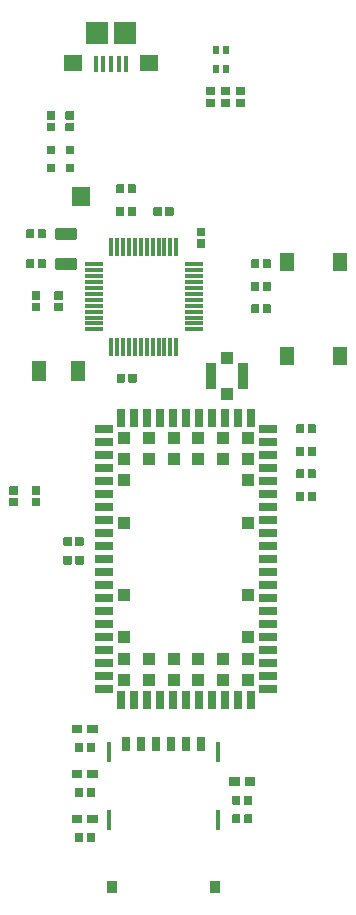
<source format=gbr>
G04 #@! TF.GenerationSoftware,KiCad,Pcbnew,5.0.2-bee76a0~70~ubuntu18.04.1*
G04 #@! TF.CreationDate,2019-10-21T17:09:24+02:00*
G04 #@! TF.ProjectId,easyhive_1_3,65617379-6869-4766-955f-315f332e6b69,rev?*
G04 #@! TF.SameCoordinates,Original*
G04 #@! TF.FileFunction,Paste,Top*
G04 #@! TF.FilePolarity,Positive*
%FSLAX46Y46*%
G04 Gerber Fmt 4.6, Leading zero omitted, Abs format (unit mm)*
G04 Created by KiCad (PCBNEW 5.0.2-bee76a0~70~ubuntu18.04.1) date Mo 21 Okt 2019 17:09:24 CEST*
%MOMM*%
%LPD*%
G01*
G04 APERTURE LIST*
%ADD10R,0.300000X1.600000*%
%ADD11R,1.600000X0.300000*%
%ADD12C,0.100000*%
%ADD13C,0.700000*%
%ADD14R,1.200000X1.800000*%
%ADD15R,1.300000X1.550000*%
%ADD16R,1.900000X1.900000*%
%ADD17R,1.600000X1.400000*%
%ADD18R,0.400000X1.350000*%
%ADD19C,1.600000*%
%ADD20R,0.800000X0.800000*%
%ADD21R,0.500000X0.800000*%
%ADD22C,1.000000*%
%ADD23R,0.350000X1.800000*%
%ADD24R,0.650000X1.300000*%
%ADD25R,0.900000X1.000000*%
%ADD26R,1.100000X1.100000*%
%ADD27R,0.800000X1.500000*%
%ADD28R,1.500000X0.800000*%
%ADD29R,1.000000X1.050000*%
%ADD30R,0.850000X2.200000*%
G04 APERTURE END LIST*
D10*
G04 #@! TO.C,IC1*
X144996100Y-87068600D03*
X145496100Y-87068600D03*
X145996100Y-87068600D03*
X146496100Y-87068600D03*
X146996100Y-87068600D03*
X147496100Y-87068600D03*
X147996100Y-87068600D03*
X148496100Y-87068600D03*
X148996100Y-87068600D03*
X149496100Y-87068600D03*
X149996100Y-87068600D03*
X150496100Y-87068600D03*
D11*
X151996100Y-88568600D03*
X151996100Y-89068600D03*
X151996100Y-89568600D03*
X151996100Y-90068600D03*
X151996100Y-90568600D03*
X151996100Y-91068600D03*
X151996100Y-92068600D03*
X151996100Y-91568600D03*
X151996100Y-92568600D03*
X151996100Y-93068600D03*
X151996100Y-93568600D03*
X151996100Y-94068600D03*
D10*
X150496100Y-95568600D03*
X149996100Y-95568600D03*
X149496100Y-95568600D03*
X148996100Y-95568600D03*
X148496100Y-95568600D03*
X147996100Y-95568600D03*
X147496100Y-95568600D03*
X146996100Y-95568600D03*
X146496100Y-95568600D03*
X145996100Y-95568600D03*
X145496100Y-95568600D03*
X144996100Y-95568600D03*
D11*
X143496100Y-94068600D03*
X143496100Y-93568600D03*
X143496100Y-93068600D03*
X143496100Y-92568600D03*
X143496100Y-92068600D03*
X143496100Y-91568600D03*
X143496100Y-91068600D03*
X143496100Y-90568600D03*
X143496100Y-90068600D03*
X143496100Y-89568600D03*
X143496100Y-89068600D03*
X143496100Y-88568600D03*
G04 #@! TD*
D12*
G04 #@! TO.C,C2*
G36*
X150202961Y-83708937D02*
X150209756Y-83709945D01*
X150216420Y-83711614D01*
X150222888Y-83713928D01*
X150229098Y-83716866D01*
X150234990Y-83720397D01*
X150240508Y-83724489D01*
X150245597Y-83729103D01*
X150250211Y-83734192D01*
X150254303Y-83739710D01*
X150257834Y-83745602D01*
X150260772Y-83751812D01*
X150263086Y-83758280D01*
X150264755Y-83764944D01*
X150265763Y-83771739D01*
X150266100Y-83778600D01*
X150266100Y-84388600D01*
X150265763Y-84395461D01*
X150264755Y-84402256D01*
X150263086Y-84408920D01*
X150260772Y-84415388D01*
X150257834Y-84421598D01*
X150254303Y-84427490D01*
X150250211Y-84433008D01*
X150245597Y-84438097D01*
X150240508Y-84442711D01*
X150234990Y-84446803D01*
X150229098Y-84450334D01*
X150222888Y-84453272D01*
X150216420Y-84455586D01*
X150209756Y-84457255D01*
X150202961Y-84458263D01*
X150196100Y-84458600D01*
X149636100Y-84458600D01*
X149629239Y-84458263D01*
X149622444Y-84457255D01*
X149615780Y-84455586D01*
X149609312Y-84453272D01*
X149603102Y-84450334D01*
X149597210Y-84446803D01*
X149591692Y-84442711D01*
X149586603Y-84438097D01*
X149581989Y-84433008D01*
X149577897Y-84427490D01*
X149574366Y-84421598D01*
X149571428Y-84415388D01*
X149569114Y-84408920D01*
X149567445Y-84402256D01*
X149566437Y-84395461D01*
X149566100Y-84388600D01*
X149566100Y-83778600D01*
X149566437Y-83771739D01*
X149567445Y-83764944D01*
X149569114Y-83758280D01*
X149571428Y-83751812D01*
X149574366Y-83745602D01*
X149577897Y-83739710D01*
X149581989Y-83734192D01*
X149586603Y-83729103D01*
X149591692Y-83724489D01*
X149597210Y-83720397D01*
X149603102Y-83716866D01*
X149609312Y-83713928D01*
X149615780Y-83711614D01*
X149622444Y-83709945D01*
X149629239Y-83708937D01*
X149636100Y-83708600D01*
X150196100Y-83708600D01*
X150202961Y-83708937D01*
X150202961Y-83708937D01*
G37*
D13*
X149916100Y-84083600D03*
D12*
G36*
X149202961Y-83708937D02*
X149209756Y-83709945D01*
X149216420Y-83711614D01*
X149222888Y-83713928D01*
X149229098Y-83716866D01*
X149234990Y-83720397D01*
X149240508Y-83724489D01*
X149245597Y-83729103D01*
X149250211Y-83734192D01*
X149254303Y-83739710D01*
X149257834Y-83745602D01*
X149260772Y-83751812D01*
X149263086Y-83758280D01*
X149264755Y-83764944D01*
X149265763Y-83771739D01*
X149266100Y-83778600D01*
X149266100Y-84388600D01*
X149265763Y-84395461D01*
X149264755Y-84402256D01*
X149263086Y-84408920D01*
X149260772Y-84415388D01*
X149257834Y-84421598D01*
X149254303Y-84427490D01*
X149250211Y-84433008D01*
X149245597Y-84438097D01*
X149240508Y-84442711D01*
X149234990Y-84446803D01*
X149229098Y-84450334D01*
X149222888Y-84453272D01*
X149216420Y-84455586D01*
X149209756Y-84457255D01*
X149202961Y-84458263D01*
X149196100Y-84458600D01*
X148636100Y-84458600D01*
X148629239Y-84458263D01*
X148622444Y-84457255D01*
X148615780Y-84455586D01*
X148609312Y-84453272D01*
X148603102Y-84450334D01*
X148597210Y-84446803D01*
X148591692Y-84442711D01*
X148586603Y-84438097D01*
X148581989Y-84433008D01*
X148577897Y-84427490D01*
X148574366Y-84421598D01*
X148571428Y-84415388D01*
X148569114Y-84408920D01*
X148567445Y-84402256D01*
X148566437Y-84395461D01*
X148566100Y-84388600D01*
X148566100Y-83778600D01*
X148566437Y-83771739D01*
X148567445Y-83764944D01*
X148569114Y-83758280D01*
X148571428Y-83751812D01*
X148574366Y-83745602D01*
X148577897Y-83739710D01*
X148581989Y-83734192D01*
X148586603Y-83729103D01*
X148591692Y-83724489D01*
X148597210Y-83720397D01*
X148603102Y-83716866D01*
X148609312Y-83713928D01*
X148615780Y-83711614D01*
X148622444Y-83709945D01*
X148629239Y-83708937D01*
X148636100Y-83708600D01*
X149196100Y-83708600D01*
X149202961Y-83708937D01*
X149202961Y-83708937D01*
G37*
D13*
X148916100Y-84083600D03*
G04 #@! TD*
D12*
G04 #@! TO.C,C3*
G36*
X138407961Y-85613937D02*
X138414756Y-85614945D01*
X138421420Y-85616614D01*
X138427888Y-85618928D01*
X138434098Y-85621866D01*
X138439990Y-85625397D01*
X138445508Y-85629489D01*
X138450597Y-85634103D01*
X138455211Y-85639192D01*
X138459303Y-85644710D01*
X138462834Y-85650602D01*
X138465772Y-85656812D01*
X138468086Y-85663280D01*
X138469755Y-85669944D01*
X138470763Y-85676739D01*
X138471100Y-85683600D01*
X138471100Y-86293600D01*
X138470763Y-86300461D01*
X138469755Y-86307256D01*
X138468086Y-86313920D01*
X138465772Y-86320388D01*
X138462834Y-86326598D01*
X138459303Y-86332490D01*
X138455211Y-86338008D01*
X138450597Y-86343097D01*
X138445508Y-86347711D01*
X138439990Y-86351803D01*
X138434098Y-86355334D01*
X138427888Y-86358272D01*
X138421420Y-86360586D01*
X138414756Y-86362255D01*
X138407961Y-86363263D01*
X138401100Y-86363600D01*
X137841100Y-86363600D01*
X137834239Y-86363263D01*
X137827444Y-86362255D01*
X137820780Y-86360586D01*
X137814312Y-86358272D01*
X137808102Y-86355334D01*
X137802210Y-86351803D01*
X137796692Y-86347711D01*
X137791603Y-86343097D01*
X137786989Y-86338008D01*
X137782897Y-86332490D01*
X137779366Y-86326598D01*
X137776428Y-86320388D01*
X137774114Y-86313920D01*
X137772445Y-86307256D01*
X137771437Y-86300461D01*
X137771100Y-86293600D01*
X137771100Y-85683600D01*
X137771437Y-85676739D01*
X137772445Y-85669944D01*
X137774114Y-85663280D01*
X137776428Y-85656812D01*
X137779366Y-85650602D01*
X137782897Y-85644710D01*
X137786989Y-85639192D01*
X137791603Y-85634103D01*
X137796692Y-85629489D01*
X137802210Y-85625397D01*
X137808102Y-85621866D01*
X137814312Y-85618928D01*
X137820780Y-85616614D01*
X137827444Y-85614945D01*
X137834239Y-85613937D01*
X137841100Y-85613600D01*
X138401100Y-85613600D01*
X138407961Y-85613937D01*
X138407961Y-85613937D01*
G37*
D13*
X138121100Y-85988600D03*
D12*
G36*
X139407961Y-85613937D02*
X139414756Y-85614945D01*
X139421420Y-85616614D01*
X139427888Y-85618928D01*
X139434098Y-85621866D01*
X139439990Y-85625397D01*
X139445508Y-85629489D01*
X139450597Y-85634103D01*
X139455211Y-85639192D01*
X139459303Y-85644710D01*
X139462834Y-85650602D01*
X139465772Y-85656812D01*
X139468086Y-85663280D01*
X139469755Y-85669944D01*
X139470763Y-85676739D01*
X139471100Y-85683600D01*
X139471100Y-86293600D01*
X139470763Y-86300461D01*
X139469755Y-86307256D01*
X139468086Y-86313920D01*
X139465772Y-86320388D01*
X139462834Y-86326598D01*
X139459303Y-86332490D01*
X139455211Y-86338008D01*
X139450597Y-86343097D01*
X139445508Y-86347711D01*
X139439990Y-86351803D01*
X139434098Y-86355334D01*
X139427888Y-86358272D01*
X139421420Y-86360586D01*
X139414756Y-86362255D01*
X139407961Y-86363263D01*
X139401100Y-86363600D01*
X138841100Y-86363600D01*
X138834239Y-86363263D01*
X138827444Y-86362255D01*
X138820780Y-86360586D01*
X138814312Y-86358272D01*
X138808102Y-86355334D01*
X138802210Y-86351803D01*
X138796692Y-86347711D01*
X138791603Y-86343097D01*
X138786989Y-86338008D01*
X138782897Y-86332490D01*
X138779366Y-86326598D01*
X138776428Y-86320388D01*
X138774114Y-86313920D01*
X138772445Y-86307256D01*
X138771437Y-86300461D01*
X138771100Y-86293600D01*
X138771100Y-85683600D01*
X138771437Y-85676739D01*
X138772445Y-85669944D01*
X138774114Y-85663280D01*
X138776428Y-85656812D01*
X138779366Y-85650602D01*
X138782897Y-85644710D01*
X138786989Y-85639192D01*
X138791603Y-85634103D01*
X138796692Y-85629489D01*
X138802210Y-85625397D01*
X138808102Y-85621866D01*
X138814312Y-85618928D01*
X138820780Y-85616614D01*
X138827444Y-85614945D01*
X138834239Y-85613937D01*
X138841100Y-85613600D01*
X139401100Y-85613600D01*
X139407961Y-85613937D01*
X139407961Y-85613937D01*
G37*
D13*
X139121100Y-85988600D03*
G04 #@! TD*
D12*
G04 #@! TO.C,C4*
G36*
X138407961Y-88153937D02*
X138414756Y-88154945D01*
X138421420Y-88156614D01*
X138427888Y-88158928D01*
X138434098Y-88161866D01*
X138439990Y-88165397D01*
X138445508Y-88169489D01*
X138450597Y-88174103D01*
X138455211Y-88179192D01*
X138459303Y-88184710D01*
X138462834Y-88190602D01*
X138465772Y-88196812D01*
X138468086Y-88203280D01*
X138469755Y-88209944D01*
X138470763Y-88216739D01*
X138471100Y-88223600D01*
X138471100Y-88833600D01*
X138470763Y-88840461D01*
X138469755Y-88847256D01*
X138468086Y-88853920D01*
X138465772Y-88860388D01*
X138462834Y-88866598D01*
X138459303Y-88872490D01*
X138455211Y-88878008D01*
X138450597Y-88883097D01*
X138445508Y-88887711D01*
X138439990Y-88891803D01*
X138434098Y-88895334D01*
X138427888Y-88898272D01*
X138421420Y-88900586D01*
X138414756Y-88902255D01*
X138407961Y-88903263D01*
X138401100Y-88903600D01*
X137841100Y-88903600D01*
X137834239Y-88903263D01*
X137827444Y-88902255D01*
X137820780Y-88900586D01*
X137814312Y-88898272D01*
X137808102Y-88895334D01*
X137802210Y-88891803D01*
X137796692Y-88887711D01*
X137791603Y-88883097D01*
X137786989Y-88878008D01*
X137782897Y-88872490D01*
X137779366Y-88866598D01*
X137776428Y-88860388D01*
X137774114Y-88853920D01*
X137772445Y-88847256D01*
X137771437Y-88840461D01*
X137771100Y-88833600D01*
X137771100Y-88223600D01*
X137771437Y-88216739D01*
X137772445Y-88209944D01*
X137774114Y-88203280D01*
X137776428Y-88196812D01*
X137779366Y-88190602D01*
X137782897Y-88184710D01*
X137786989Y-88179192D01*
X137791603Y-88174103D01*
X137796692Y-88169489D01*
X137802210Y-88165397D01*
X137808102Y-88161866D01*
X137814312Y-88158928D01*
X137820780Y-88156614D01*
X137827444Y-88154945D01*
X137834239Y-88153937D01*
X137841100Y-88153600D01*
X138401100Y-88153600D01*
X138407961Y-88153937D01*
X138407961Y-88153937D01*
G37*
D13*
X138121100Y-88528600D03*
D12*
G36*
X139407961Y-88153937D02*
X139414756Y-88154945D01*
X139421420Y-88156614D01*
X139427888Y-88158928D01*
X139434098Y-88161866D01*
X139439990Y-88165397D01*
X139445508Y-88169489D01*
X139450597Y-88174103D01*
X139455211Y-88179192D01*
X139459303Y-88184710D01*
X139462834Y-88190602D01*
X139465772Y-88196812D01*
X139468086Y-88203280D01*
X139469755Y-88209944D01*
X139470763Y-88216739D01*
X139471100Y-88223600D01*
X139471100Y-88833600D01*
X139470763Y-88840461D01*
X139469755Y-88847256D01*
X139468086Y-88853920D01*
X139465772Y-88860388D01*
X139462834Y-88866598D01*
X139459303Y-88872490D01*
X139455211Y-88878008D01*
X139450597Y-88883097D01*
X139445508Y-88887711D01*
X139439990Y-88891803D01*
X139434098Y-88895334D01*
X139427888Y-88898272D01*
X139421420Y-88900586D01*
X139414756Y-88902255D01*
X139407961Y-88903263D01*
X139401100Y-88903600D01*
X138841100Y-88903600D01*
X138834239Y-88903263D01*
X138827444Y-88902255D01*
X138820780Y-88900586D01*
X138814312Y-88898272D01*
X138808102Y-88895334D01*
X138802210Y-88891803D01*
X138796692Y-88887711D01*
X138791603Y-88883097D01*
X138786989Y-88878008D01*
X138782897Y-88872490D01*
X138779366Y-88866598D01*
X138776428Y-88860388D01*
X138774114Y-88853920D01*
X138772445Y-88847256D01*
X138771437Y-88840461D01*
X138771100Y-88833600D01*
X138771100Y-88223600D01*
X138771437Y-88216739D01*
X138772445Y-88209944D01*
X138774114Y-88203280D01*
X138776428Y-88196812D01*
X138779366Y-88190602D01*
X138782897Y-88184710D01*
X138786989Y-88179192D01*
X138791603Y-88174103D01*
X138796692Y-88169489D01*
X138802210Y-88165397D01*
X138808102Y-88161866D01*
X138814312Y-88158928D01*
X138820780Y-88156614D01*
X138827444Y-88154945D01*
X138834239Y-88153937D01*
X138841100Y-88153600D01*
X139401100Y-88153600D01*
X139407961Y-88153937D01*
X139407961Y-88153937D01*
G37*
D13*
X139121100Y-88528600D03*
G04 #@! TD*
D12*
G04 #@! TO.C,C5*
G36*
X146086861Y-97825337D02*
X146093656Y-97826345D01*
X146100320Y-97828014D01*
X146106788Y-97830328D01*
X146112998Y-97833266D01*
X146118890Y-97836797D01*
X146124408Y-97840889D01*
X146129497Y-97845503D01*
X146134111Y-97850592D01*
X146138203Y-97856110D01*
X146141734Y-97862002D01*
X146144672Y-97868212D01*
X146146986Y-97874680D01*
X146148655Y-97881344D01*
X146149663Y-97888139D01*
X146150000Y-97895000D01*
X146150000Y-98505000D01*
X146149663Y-98511861D01*
X146148655Y-98518656D01*
X146146986Y-98525320D01*
X146144672Y-98531788D01*
X146141734Y-98537998D01*
X146138203Y-98543890D01*
X146134111Y-98549408D01*
X146129497Y-98554497D01*
X146124408Y-98559111D01*
X146118890Y-98563203D01*
X146112998Y-98566734D01*
X146106788Y-98569672D01*
X146100320Y-98571986D01*
X146093656Y-98573655D01*
X146086861Y-98574663D01*
X146080000Y-98575000D01*
X145520000Y-98575000D01*
X145513139Y-98574663D01*
X145506344Y-98573655D01*
X145499680Y-98571986D01*
X145493212Y-98569672D01*
X145487002Y-98566734D01*
X145481110Y-98563203D01*
X145475592Y-98559111D01*
X145470503Y-98554497D01*
X145465889Y-98549408D01*
X145461797Y-98543890D01*
X145458266Y-98537998D01*
X145455328Y-98531788D01*
X145453014Y-98525320D01*
X145451345Y-98518656D01*
X145450337Y-98511861D01*
X145450000Y-98505000D01*
X145450000Y-97895000D01*
X145450337Y-97888139D01*
X145451345Y-97881344D01*
X145453014Y-97874680D01*
X145455328Y-97868212D01*
X145458266Y-97862002D01*
X145461797Y-97856110D01*
X145465889Y-97850592D01*
X145470503Y-97845503D01*
X145475592Y-97840889D01*
X145481110Y-97836797D01*
X145487002Y-97833266D01*
X145493212Y-97830328D01*
X145499680Y-97828014D01*
X145506344Y-97826345D01*
X145513139Y-97825337D01*
X145520000Y-97825000D01*
X146080000Y-97825000D01*
X146086861Y-97825337D01*
X146086861Y-97825337D01*
G37*
D13*
X145800000Y-98200000D03*
D12*
G36*
X147086861Y-97825337D02*
X147093656Y-97826345D01*
X147100320Y-97828014D01*
X147106788Y-97830328D01*
X147112998Y-97833266D01*
X147118890Y-97836797D01*
X147124408Y-97840889D01*
X147129497Y-97845503D01*
X147134111Y-97850592D01*
X147138203Y-97856110D01*
X147141734Y-97862002D01*
X147144672Y-97868212D01*
X147146986Y-97874680D01*
X147148655Y-97881344D01*
X147149663Y-97888139D01*
X147150000Y-97895000D01*
X147150000Y-98505000D01*
X147149663Y-98511861D01*
X147148655Y-98518656D01*
X147146986Y-98525320D01*
X147144672Y-98531788D01*
X147141734Y-98537998D01*
X147138203Y-98543890D01*
X147134111Y-98549408D01*
X147129497Y-98554497D01*
X147124408Y-98559111D01*
X147118890Y-98563203D01*
X147112998Y-98566734D01*
X147106788Y-98569672D01*
X147100320Y-98571986D01*
X147093656Y-98573655D01*
X147086861Y-98574663D01*
X147080000Y-98575000D01*
X146520000Y-98575000D01*
X146513139Y-98574663D01*
X146506344Y-98573655D01*
X146499680Y-98571986D01*
X146493212Y-98569672D01*
X146487002Y-98566734D01*
X146481110Y-98563203D01*
X146475592Y-98559111D01*
X146470503Y-98554497D01*
X146465889Y-98549408D01*
X146461797Y-98543890D01*
X146458266Y-98537998D01*
X146455328Y-98531788D01*
X146453014Y-98525320D01*
X146451345Y-98518656D01*
X146450337Y-98511861D01*
X146450000Y-98505000D01*
X146450000Y-97895000D01*
X146450337Y-97888139D01*
X146451345Y-97881344D01*
X146453014Y-97874680D01*
X146455328Y-97868212D01*
X146458266Y-97862002D01*
X146461797Y-97856110D01*
X146465889Y-97850592D01*
X146470503Y-97845503D01*
X146475592Y-97840889D01*
X146481110Y-97836797D01*
X146487002Y-97833266D01*
X146493212Y-97830328D01*
X146499680Y-97828014D01*
X146506344Y-97826345D01*
X146513139Y-97825337D01*
X146520000Y-97825000D01*
X147080000Y-97825000D01*
X147086861Y-97825337D01*
X147086861Y-97825337D01*
G37*
D13*
X146800000Y-98200000D03*
G04 #@! TD*
D12*
G04 #@! TO.C,C6*
G36*
X152902961Y-85456437D02*
X152909756Y-85457445D01*
X152916420Y-85459114D01*
X152922888Y-85461428D01*
X152929098Y-85464366D01*
X152934990Y-85467897D01*
X152940508Y-85471989D01*
X152945597Y-85476603D01*
X152950211Y-85481692D01*
X152954303Y-85487210D01*
X152957834Y-85493102D01*
X152960772Y-85499312D01*
X152963086Y-85505780D01*
X152964755Y-85512444D01*
X152965763Y-85519239D01*
X152966100Y-85526100D01*
X152966100Y-86086100D01*
X152965763Y-86092961D01*
X152964755Y-86099756D01*
X152963086Y-86106420D01*
X152960772Y-86112888D01*
X152957834Y-86119098D01*
X152954303Y-86124990D01*
X152950211Y-86130508D01*
X152945597Y-86135597D01*
X152940508Y-86140211D01*
X152934990Y-86144303D01*
X152929098Y-86147834D01*
X152922888Y-86150772D01*
X152916420Y-86153086D01*
X152909756Y-86154755D01*
X152902961Y-86155763D01*
X152896100Y-86156100D01*
X152286100Y-86156100D01*
X152279239Y-86155763D01*
X152272444Y-86154755D01*
X152265780Y-86153086D01*
X152259312Y-86150772D01*
X152253102Y-86147834D01*
X152247210Y-86144303D01*
X152241692Y-86140211D01*
X152236603Y-86135597D01*
X152231989Y-86130508D01*
X152227897Y-86124990D01*
X152224366Y-86119098D01*
X152221428Y-86112888D01*
X152219114Y-86106420D01*
X152217445Y-86099756D01*
X152216437Y-86092961D01*
X152216100Y-86086100D01*
X152216100Y-85526100D01*
X152216437Y-85519239D01*
X152217445Y-85512444D01*
X152219114Y-85505780D01*
X152221428Y-85499312D01*
X152224366Y-85493102D01*
X152227897Y-85487210D01*
X152231989Y-85481692D01*
X152236603Y-85476603D01*
X152241692Y-85471989D01*
X152247210Y-85467897D01*
X152253102Y-85464366D01*
X152259312Y-85461428D01*
X152265780Y-85459114D01*
X152272444Y-85457445D01*
X152279239Y-85456437D01*
X152286100Y-85456100D01*
X152896100Y-85456100D01*
X152902961Y-85456437D01*
X152902961Y-85456437D01*
G37*
D13*
X152591100Y-85806100D03*
D12*
G36*
X152902961Y-86456437D02*
X152909756Y-86457445D01*
X152916420Y-86459114D01*
X152922888Y-86461428D01*
X152929098Y-86464366D01*
X152934990Y-86467897D01*
X152940508Y-86471989D01*
X152945597Y-86476603D01*
X152950211Y-86481692D01*
X152954303Y-86487210D01*
X152957834Y-86493102D01*
X152960772Y-86499312D01*
X152963086Y-86505780D01*
X152964755Y-86512444D01*
X152965763Y-86519239D01*
X152966100Y-86526100D01*
X152966100Y-87086100D01*
X152965763Y-87092961D01*
X152964755Y-87099756D01*
X152963086Y-87106420D01*
X152960772Y-87112888D01*
X152957834Y-87119098D01*
X152954303Y-87124990D01*
X152950211Y-87130508D01*
X152945597Y-87135597D01*
X152940508Y-87140211D01*
X152934990Y-87144303D01*
X152929098Y-87147834D01*
X152922888Y-87150772D01*
X152916420Y-87153086D01*
X152909756Y-87154755D01*
X152902961Y-87155763D01*
X152896100Y-87156100D01*
X152286100Y-87156100D01*
X152279239Y-87155763D01*
X152272444Y-87154755D01*
X152265780Y-87153086D01*
X152259312Y-87150772D01*
X152253102Y-87147834D01*
X152247210Y-87144303D01*
X152241692Y-87140211D01*
X152236603Y-87135597D01*
X152231989Y-87130508D01*
X152227897Y-87124990D01*
X152224366Y-87119098D01*
X152221428Y-87112888D01*
X152219114Y-87106420D01*
X152217445Y-87099756D01*
X152216437Y-87092961D01*
X152216100Y-87086100D01*
X152216100Y-86526100D01*
X152216437Y-86519239D01*
X152217445Y-86512444D01*
X152219114Y-86505780D01*
X152221428Y-86499312D01*
X152224366Y-86493102D01*
X152227897Y-86487210D01*
X152231989Y-86481692D01*
X152236603Y-86476603D01*
X152241692Y-86471989D01*
X152247210Y-86467897D01*
X152253102Y-86464366D01*
X152259312Y-86461428D01*
X152265780Y-86459114D01*
X152272444Y-86457445D01*
X152279239Y-86456437D01*
X152286100Y-86456100D01*
X152896100Y-86456100D01*
X152902961Y-86456437D01*
X152902961Y-86456437D01*
G37*
D13*
X152591100Y-86806100D03*
G04 #@! TD*
D12*
G04 #@! TO.C,C7*
G36*
X140837961Y-91853937D02*
X140844756Y-91854945D01*
X140851420Y-91856614D01*
X140857888Y-91858928D01*
X140864098Y-91861866D01*
X140869990Y-91865397D01*
X140875508Y-91869489D01*
X140880597Y-91874103D01*
X140885211Y-91879192D01*
X140889303Y-91884710D01*
X140892834Y-91890602D01*
X140895772Y-91896812D01*
X140898086Y-91903280D01*
X140899755Y-91909944D01*
X140900763Y-91916739D01*
X140901100Y-91923600D01*
X140901100Y-92483600D01*
X140900763Y-92490461D01*
X140899755Y-92497256D01*
X140898086Y-92503920D01*
X140895772Y-92510388D01*
X140892834Y-92516598D01*
X140889303Y-92522490D01*
X140885211Y-92528008D01*
X140880597Y-92533097D01*
X140875508Y-92537711D01*
X140869990Y-92541803D01*
X140864098Y-92545334D01*
X140857888Y-92548272D01*
X140851420Y-92550586D01*
X140844756Y-92552255D01*
X140837961Y-92553263D01*
X140831100Y-92553600D01*
X140221100Y-92553600D01*
X140214239Y-92553263D01*
X140207444Y-92552255D01*
X140200780Y-92550586D01*
X140194312Y-92548272D01*
X140188102Y-92545334D01*
X140182210Y-92541803D01*
X140176692Y-92537711D01*
X140171603Y-92533097D01*
X140166989Y-92528008D01*
X140162897Y-92522490D01*
X140159366Y-92516598D01*
X140156428Y-92510388D01*
X140154114Y-92503920D01*
X140152445Y-92497256D01*
X140151437Y-92490461D01*
X140151100Y-92483600D01*
X140151100Y-91923600D01*
X140151437Y-91916739D01*
X140152445Y-91909944D01*
X140154114Y-91903280D01*
X140156428Y-91896812D01*
X140159366Y-91890602D01*
X140162897Y-91884710D01*
X140166989Y-91879192D01*
X140171603Y-91874103D01*
X140176692Y-91869489D01*
X140182210Y-91865397D01*
X140188102Y-91861866D01*
X140194312Y-91858928D01*
X140200780Y-91856614D01*
X140207444Y-91854945D01*
X140214239Y-91853937D01*
X140221100Y-91853600D01*
X140831100Y-91853600D01*
X140837961Y-91853937D01*
X140837961Y-91853937D01*
G37*
D13*
X140526100Y-92203600D03*
D12*
G36*
X140837961Y-90853937D02*
X140844756Y-90854945D01*
X140851420Y-90856614D01*
X140857888Y-90858928D01*
X140864098Y-90861866D01*
X140869990Y-90865397D01*
X140875508Y-90869489D01*
X140880597Y-90874103D01*
X140885211Y-90879192D01*
X140889303Y-90884710D01*
X140892834Y-90890602D01*
X140895772Y-90896812D01*
X140898086Y-90903280D01*
X140899755Y-90909944D01*
X140900763Y-90916739D01*
X140901100Y-90923600D01*
X140901100Y-91483600D01*
X140900763Y-91490461D01*
X140899755Y-91497256D01*
X140898086Y-91503920D01*
X140895772Y-91510388D01*
X140892834Y-91516598D01*
X140889303Y-91522490D01*
X140885211Y-91528008D01*
X140880597Y-91533097D01*
X140875508Y-91537711D01*
X140869990Y-91541803D01*
X140864098Y-91545334D01*
X140857888Y-91548272D01*
X140851420Y-91550586D01*
X140844756Y-91552255D01*
X140837961Y-91553263D01*
X140831100Y-91553600D01*
X140221100Y-91553600D01*
X140214239Y-91553263D01*
X140207444Y-91552255D01*
X140200780Y-91550586D01*
X140194312Y-91548272D01*
X140188102Y-91545334D01*
X140182210Y-91541803D01*
X140176692Y-91537711D01*
X140171603Y-91533097D01*
X140166989Y-91528008D01*
X140162897Y-91522490D01*
X140159366Y-91516598D01*
X140156428Y-91510388D01*
X140154114Y-91503920D01*
X140152445Y-91497256D01*
X140151437Y-91490461D01*
X140151100Y-91483600D01*
X140151100Y-90923600D01*
X140151437Y-90916739D01*
X140152445Y-90909944D01*
X140154114Y-90903280D01*
X140156428Y-90896812D01*
X140159366Y-90890602D01*
X140162897Y-90884710D01*
X140166989Y-90879192D01*
X140171603Y-90874103D01*
X140176692Y-90869489D01*
X140182210Y-90865397D01*
X140188102Y-90861866D01*
X140194312Y-90858928D01*
X140200780Y-90856614D01*
X140207444Y-90854945D01*
X140214239Y-90853937D01*
X140221100Y-90853600D01*
X140831100Y-90853600D01*
X140837961Y-90853937D01*
X140837961Y-90853937D01*
G37*
D13*
X140526100Y-91203600D03*
G04 #@! TD*
D12*
G04 #@! TO.C,C1*
G36*
X146027961Y-83708937D02*
X146034756Y-83709945D01*
X146041420Y-83711614D01*
X146047888Y-83713928D01*
X146054098Y-83716866D01*
X146059990Y-83720397D01*
X146065508Y-83724489D01*
X146070597Y-83729103D01*
X146075211Y-83734192D01*
X146079303Y-83739710D01*
X146082834Y-83745602D01*
X146085772Y-83751812D01*
X146088086Y-83758280D01*
X146089755Y-83764944D01*
X146090763Y-83771739D01*
X146091100Y-83778600D01*
X146091100Y-84388600D01*
X146090763Y-84395461D01*
X146089755Y-84402256D01*
X146088086Y-84408920D01*
X146085772Y-84415388D01*
X146082834Y-84421598D01*
X146079303Y-84427490D01*
X146075211Y-84433008D01*
X146070597Y-84438097D01*
X146065508Y-84442711D01*
X146059990Y-84446803D01*
X146054098Y-84450334D01*
X146047888Y-84453272D01*
X146041420Y-84455586D01*
X146034756Y-84457255D01*
X146027961Y-84458263D01*
X146021100Y-84458600D01*
X145461100Y-84458600D01*
X145454239Y-84458263D01*
X145447444Y-84457255D01*
X145440780Y-84455586D01*
X145434312Y-84453272D01*
X145428102Y-84450334D01*
X145422210Y-84446803D01*
X145416692Y-84442711D01*
X145411603Y-84438097D01*
X145406989Y-84433008D01*
X145402897Y-84427490D01*
X145399366Y-84421598D01*
X145396428Y-84415388D01*
X145394114Y-84408920D01*
X145392445Y-84402256D01*
X145391437Y-84395461D01*
X145391100Y-84388600D01*
X145391100Y-83778600D01*
X145391437Y-83771739D01*
X145392445Y-83764944D01*
X145394114Y-83758280D01*
X145396428Y-83751812D01*
X145399366Y-83745602D01*
X145402897Y-83739710D01*
X145406989Y-83734192D01*
X145411603Y-83729103D01*
X145416692Y-83724489D01*
X145422210Y-83720397D01*
X145428102Y-83716866D01*
X145434312Y-83713928D01*
X145440780Y-83711614D01*
X145447444Y-83709945D01*
X145454239Y-83708937D01*
X145461100Y-83708600D01*
X146021100Y-83708600D01*
X146027961Y-83708937D01*
X146027961Y-83708937D01*
G37*
D13*
X145741100Y-84083600D03*
D12*
G36*
X147027961Y-83708937D02*
X147034756Y-83709945D01*
X147041420Y-83711614D01*
X147047888Y-83713928D01*
X147054098Y-83716866D01*
X147059990Y-83720397D01*
X147065508Y-83724489D01*
X147070597Y-83729103D01*
X147075211Y-83734192D01*
X147079303Y-83739710D01*
X147082834Y-83745602D01*
X147085772Y-83751812D01*
X147088086Y-83758280D01*
X147089755Y-83764944D01*
X147090763Y-83771739D01*
X147091100Y-83778600D01*
X147091100Y-84388600D01*
X147090763Y-84395461D01*
X147089755Y-84402256D01*
X147088086Y-84408920D01*
X147085772Y-84415388D01*
X147082834Y-84421598D01*
X147079303Y-84427490D01*
X147075211Y-84433008D01*
X147070597Y-84438097D01*
X147065508Y-84442711D01*
X147059990Y-84446803D01*
X147054098Y-84450334D01*
X147047888Y-84453272D01*
X147041420Y-84455586D01*
X147034756Y-84457255D01*
X147027961Y-84458263D01*
X147021100Y-84458600D01*
X146461100Y-84458600D01*
X146454239Y-84458263D01*
X146447444Y-84457255D01*
X146440780Y-84455586D01*
X146434312Y-84453272D01*
X146428102Y-84450334D01*
X146422210Y-84446803D01*
X146416692Y-84442711D01*
X146411603Y-84438097D01*
X146406989Y-84433008D01*
X146402897Y-84427490D01*
X146399366Y-84421598D01*
X146396428Y-84415388D01*
X146394114Y-84408920D01*
X146392445Y-84402256D01*
X146391437Y-84395461D01*
X146391100Y-84388600D01*
X146391100Y-83778600D01*
X146391437Y-83771739D01*
X146392445Y-83764944D01*
X146394114Y-83758280D01*
X146396428Y-83751812D01*
X146399366Y-83745602D01*
X146402897Y-83739710D01*
X146406989Y-83734192D01*
X146411603Y-83729103D01*
X146416692Y-83724489D01*
X146422210Y-83720397D01*
X146428102Y-83716866D01*
X146434312Y-83713928D01*
X146440780Y-83711614D01*
X146447444Y-83709945D01*
X146454239Y-83708937D01*
X146461100Y-83708600D01*
X147021100Y-83708600D01*
X147027961Y-83708937D01*
X147027961Y-83708937D01*
G37*
D13*
X146741100Y-84083600D03*
G04 #@! TD*
D12*
G04 #@! TO.C,C8*
G36*
X146027961Y-81803937D02*
X146034756Y-81804945D01*
X146041420Y-81806614D01*
X146047888Y-81808928D01*
X146054098Y-81811866D01*
X146059990Y-81815397D01*
X146065508Y-81819489D01*
X146070597Y-81824103D01*
X146075211Y-81829192D01*
X146079303Y-81834710D01*
X146082834Y-81840602D01*
X146085772Y-81846812D01*
X146088086Y-81853280D01*
X146089755Y-81859944D01*
X146090763Y-81866739D01*
X146091100Y-81873600D01*
X146091100Y-82483600D01*
X146090763Y-82490461D01*
X146089755Y-82497256D01*
X146088086Y-82503920D01*
X146085772Y-82510388D01*
X146082834Y-82516598D01*
X146079303Y-82522490D01*
X146075211Y-82528008D01*
X146070597Y-82533097D01*
X146065508Y-82537711D01*
X146059990Y-82541803D01*
X146054098Y-82545334D01*
X146047888Y-82548272D01*
X146041420Y-82550586D01*
X146034756Y-82552255D01*
X146027961Y-82553263D01*
X146021100Y-82553600D01*
X145461100Y-82553600D01*
X145454239Y-82553263D01*
X145447444Y-82552255D01*
X145440780Y-82550586D01*
X145434312Y-82548272D01*
X145428102Y-82545334D01*
X145422210Y-82541803D01*
X145416692Y-82537711D01*
X145411603Y-82533097D01*
X145406989Y-82528008D01*
X145402897Y-82522490D01*
X145399366Y-82516598D01*
X145396428Y-82510388D01*
X145394114Y-82503920D01*
X145392445Y-82497256D01*
X145391437Y-82490461D01*
X145391100Y-82483600D01*
X145391100Y-81873600D01*
X145391437Y-81866739D01*
X145392445Y-81859944D01*
X145394114Y-81853280D01*
X145396428Y-81846812D01*
X145399366Y-81840602D01*
X145402897Y-81834710D01*
X145406989Y-81829192D01*
X145411603Y-81824103D01*
X145416692Y-81819489D01*
X145422210Y-81815397D01*
X145428102Y-81811866D01*
X145434312Y-81808928D01*
X145440780Y-81806614D01*
X145447444Y-81804945D01*
X145454239Y-81803937D01*
X145461100Y-81803600D01*
X146021100Y-81803600D01*
X146027961Y-81803937D01*
X146027961Y-81803937D01*
G37*
D13*
X145741100Y-82178600D03*
D12*
G36*
X147027961Y-81803937D02*
X147034756Y-81804945D01*
X147041420Y-81806614D01*
X147047888Y-81808928D01*
X147054098Y-81811866D01*
X147059990Y-81815397D01*
X147065508Y-81819489D01*
X147070597Y-81824103D01*
X147075211Y-81829192D01*
X147079303Y-81834710D01*
X147082834Y-81840602D01*
X147085772Y-81846812D01*
X147088086Y-81853280D01*
X147089755Y-81859944D01*
X147090763Y-81866739D01*
X147091100Y-81873600D01*
X147091100Y-82483600D01*
X147090763Y-82490461D01*
X147089755Y-82497256D01*
X147088086Y-82503920D01*
X147085772Y-82510388D01*
X147082834Y-82516598D01*
X147079303Y-82522490D01*
X147075211Y-82528008D01*
X147070597Y-82533097D01*
X147065508Y-82537711D01*
X147059990Y-82541803D01*
X147054098Y-82545334D01*
X147047888Y-82548272D01*
X147041420Y-82550586D01*
X147034756Y-82552255D01*
X147027961Y-82553263D01*
X147021100Y-82553600D01*
X146461100Y-82553600D01*
X146454239Y-82553263D01*
X146447444Y-82552255D01*
X146440780Y-82550586D01*
X146434312Y-82548272D01*
X146428102Y-82545334D01*
X146422210Y-82541803D01*
X146416692Y-82537711D01*
X146411603Y-82533097D01*
X146406989Y-82528008D01*
X146402897Y-82522490D01*
X146399366Y-82516598D01*
X146396428Y-82510388D01*
X146394114Y-82503920D01*
X146392445Y-82497256D01*
X146391437Y-82490461D01*
X146391100Y-82483600D01*
X146391100Y-81873600D01*
X146391437Y-81866739D01*
X146392445Y-81859944D01*
X146394114Y-81853280D01*
X146396428Y-81846812D01*
X146399366Y-81840602D01*
X146402897Y-81834710D01*
X146406989Y-81829192D01*
X146411603Y-81824103D01*
X146416692Y-81819489D01*
X146422210Y-81815397D01*
X146428102Y-81811866D01*
X146434312Y-81808928D01*
X146440780Y-81806614D01*
X146447444Y-81804945D01*
X146454239Y-81803937D01*
X146461100Y-81803600D01*
X147021100Y-81803600D01*
X147027961Y-81803937D01*
X147027961Y-81803937D01*
G37*
D13*
X146741100Y-82178600D03*
G04 #@! TD*
D14*
G04 #@! TO.C,L1*
X142200000Y-97600000D03*
X138900000Y-97600000D03*
G04 #@! TD*
D12*
G04 #@! TO.C,C9*
G36*
X138932961Y-91853937D02*
X138939756Y-91854945D01*
X138946420Y-91856614D01*
X138952888Y-91858928D01*
X138959098Y-91861866D01*
X138964990Y-91865397D01*
X138970508Y-91869489D01*
X138975597Y-91874103D01*
X138980211Y-91879192D01*
X138984303Y-91884710D01*
X138987834Y-91890602D01*
X138990772Y-91896812D01*
X138993086Y-91903280D01*
X138994755Y-91909944D01*
X138995763Y-91916739D01*
X138996100Y-91923600D01*
X138996100Y-92483600D01*
X138995763Y-92490461D01*
X138994755Y-92497256D01*
X138993086Y-92503920D01*
X138990772Y-92510388D01*
X138987834Y-92516598D01*
X138984303Y-92522490D01*
X138980211Y-92528008D01*
X138975597Y-92533097D01*
X138970508Y-92537711D01*
X138964990Y-92541803D01*
X138959098Y-92545334D01*
X138952888Y-92548272D01*
X138946420Y-92550586D01*
X138939756Y-92552255D01*
X138932961Y-92553263D01*
X138926100Y-92553600D01*
X138316100Y-92553600D01*
X138309239Y-92553263D01*
X138302444Y-92552255D01*
X138295780Y-92550586D01*
X138289312Y-92548272D01*
X138283102Y-92545334D01*
X138277210Y-92541803D01*
X138271692Y-92537711D01*
X138266603Y-92533097D01*
X138261989Y-92528008D01*
X138257897Y-92522490D01*
X138254366Y-92516598D01*
X138251428Y-92510388D01*
X138249114Y-92503920D01*
X138247445Y-92497256D01*
X138246437Y-92490461D01*
X138246100Y-92483600D01*
X138246100Y-91923600D01*
X138246437Y-91916739D01*
X138247445Y-91909944D01*
X138249114Y-91903280D01*
X138251428Y-91896812D01*
X138254366Y-91890602D01*
X138257897Y-91884710D01*
X138261989Y-91879192D01*
X138266603Y-91874103D01*
X138271692Y-91869489D01*
X138277210Y-91865397D01*
X138283102Y-91861866D01*
X138289312Y-91858928D01*
X138295780Y-91856614D01*
X138302444Y-91854945D01*
X138309239Y-91853937D01*
X138316100Y-91853600D01*
X138926100Y-91853600D01*
X138932961Y-91853937D01*
X138932961Y-91853937D01*
G37*
D13*
X138621100Y-92203600D03*
D12*
G36*
X138932961Y-90853937D02*
X138939756Y-90854945D01*
X138946420Y-90856614D01*
X138952888Y-90858928D01*
X138959098Y-90861866D01*
X138964990Y-90865397D01*
X138970508Y-90869489D01*
X138975597Y-90874103D01*
X138980211Y-90879192D01*
X138984303Y-90884710D01*
X138987834Y-90890602D01*
X138990772Y-90896812D01*
X138993086Y-90903280D01*
X138994755Y-90909944D01*
X138995763Y-90916739D01*
X138996100Y-90923600D01*
X138996100Y-91483600D01*
X138995763Y-91490461D01*
X138994755Y-91497256D01*
X138993086Y-91503920D01*
X138990772Y-91510388D01*
X138987834Y-91516598D01*
X138984303Y-91522490D01*
X138980211Y-91528008D01*
X138975597Y-91533097D01*
X138970508Y-91537711D01*
X138964990Y-91541803D01*
X138959098Y-91545334D01*
X138952888Y-91548272D01*
X138946420Y-91550586D01*
X138939756Y-91552255D01*
X138932961Y-91553263D01*
X138926100Y-91553600D01*
X138316100Y-91553600D01*
X138309239Y-91553263D01*
X138302444Y-91552255D01*
X138295780Y-91550586D01*
X138289312Y-91548272D01*
X138283102Y-91545334D01*
X138277210Y-91541803D01*
X138271692Y-91537711D01*
X138266603Y-91533097D01*
X138261989Y-91528008D01*
X138257897Y-91522490D01*
X138254366Y-91516598D01*
X138251428Y-91510388D01*
X138249114Y-91503920D01*
X138247445Y-91497256D01*
X138246437Y-91490461D01*
X138246100Y-91483600D01*
X138246100Y-90923600D01*
X138246437Y-90916739D01*
X138247445Y-90909944D01*
X138249114Y-90903280D01*
X138251428Y-90896812D01*
X138254366Y-90890602D01*
X138257897Y-90884710D01*
X138261989Y-90879192D01*
X138266603Y-90874103D01*
X138271692Y-90869489D01*
X138277210Y-90865397D01*
X138283102Y-90861866D01*
X138289312Y-90858928D01*
X138295780Y-90856614D01*
X138302444Y-90854945D01*
X138309239Y-90853937D01*
X138316100Y-90853600D01*
X138926100Y-90853600D01*
X138932961Y-90853937D01*
X138932961Y-90853937D01*
G37*
D13*
X138621100Y-91203600D03*
G04 #@! TD*
D12*
G04 #@! TO.C,C10*
G36*
X157457961Y-91963937D02*
X157464756Y-91964945D01*
X157471420Y-91966614D01*
X157477888Y-91968928D01*
X157484098Y-91971866D01*
X157489990Y-91975397D01*
X157495508Y-91979489D01*
X157500597Y-91984103D01*
X157505211Y-91989192D01*
X157509303Y-91994710D01*
X157512834Y-92000602D01*
X157515772Y-92006812D01*
X157518086Y-92013280D01*
X157519755Y-92019944D01*
X157520763Y-92026739D01*
X157521100Y-92033600D01*
X157521100Y-92643600D01*
X157520763Y-92650461D01*
X157519755Y-92657256D01*
X157518086Y-92663920D01*
X157515772Y-92670388D01*
X157512834Y-92676598D01*
X157509303Y-92682490D01*
X157505211Y-92688008D01*
X157500597Y-92693097D01*
X157495508Y-92697711D01*
X157489990Y-92701803D01*
X157484098Y-92705334D01*
X157477888Y-92708272D01*
X157471420Y-92710586D01*
X157464756Y-92712255D01*
X157457961Y-92713263D01*
X157451100Y-92713600D01*
X156891100Y-92713600D01*
X156884239Y-92713263D01*
X156877444Y-92712255D01*
X156870780Y-92710586D01*
X156864312Y-92708272D01*
X156858102Y-92705334D01*
X156852210Y-92701803D01*
X156846692Y-92697711D01*
X156841603Y-92693097D01*
X156836989Y-92688008D01*
X156832897Y-92682490D01*
X156829366Y-92676598D01*
X156826428Y-92670388D01*
X156824114Y-92663920D01*
X156822445Y-92657256D01*
X156821437Y-92650461D01*
X156821100Y-92643600D01*
X156821100Y-92033600D01*
X156821437Y-92026739D01*
X156822445Y-92019944D01*
X156824114Y-92013280D01*
X156826428Y-92006812D01*
X156829366Y-92000602D01*
X156832897Y-91994710D01*
X156836989Y-91989192D01*
X156841603Y-91984103D01*
X156846692Y-91979489D01*
X156852210Y-91975397D01*
X156858102Y-91971866D01*
X156864312Y-91968928D01*
X156870780Y-91966614D01*
X156877444Y-91964945D01*
X156884239Y-91963937D01*
X156891100Y-91963600D01*
X157451100Y-91963600D01*
X157457961Y-91963937D01*
X157457961Y-91963937D01*
G37*
D13*
X157171100Y-92338600D03*
D12*
G36*
X158457961Y-91963937D02*
X158464756Y-91964945D01*
X158471420Y-91966614D01*
X158477888Y-91968928D01*
X158484098Y-91971866D01*
X158489990Y-91975397D01*
X158495508Y-91979489D01*
X158500597Y-91984103D01*
X158505211Y-91989192D01*
X158509303Y-91994710D01*
X158512834Y-92000602D01*
X158515772Y-92006812D01*
X158518086Y-92013280D01*
X158519755Y-92019944D01*
X158520763Y-92026739D01*
X158521100Y-92033600D01*
X158521100Y-92643600D01*
X158520763Y-92650461D01*
X158519755Y-92657256D01*
X158518086Y-92663920D01*
X158515772Y-92670388D01*
X158512834Y-92676598D01*
X158509303Y-92682490D01*
X158505211Y-92688008D01*
X158500597Y-92693097D01*
X158495508Y-92697711D01*
X158489990Y-92701803D01*
X158484098Y-92705334D01*
X158477888Y-92708272D01*
X158471420Y-92710586D01*
X158464756Y-92712255D01*
X158457961Y-92713263D01*
X158451100Y-92713600D01*
X157891100Y-92713600D01*
X157884239Y-92713263D01*
X157877444Y-92712255D01*
X157870780Y-92710586D01*
X157864312Y-92708272D01*
X157858102Y-92705334D01*
X157852210Y-92701803D01*
X157846692Y-92697711D01*
X157841603Y-92693097D01*
X157836989Y-92688008D01*
X157832897Y-92682490D01*
X157829366Y-92676598D01*
X157826428Y-92670388D01*
X157824114Y-92663920D01*
X157822445Y-92657256D01*
X157821437Y-92650461D01*
X157821100Y-92643600D01*
X157821100Y-92033600D01*
X157821437Y-92026739D01*
X157822445Y-92019944D01*
X157824114Y-92013280D01*
X157826428Y-92006812D01*
X157829366Y-92000602D01*
X157832897Y-91994710D01*
X157836989Y-91989192D01*
X157841603Y-91984103D01*
X157846692Y-91979489D01*
X157852210Y-91975397D01*
X157858102Y-91971866D01*
X157864312Y-91968928D01*
X157870780Y-91966614D01*
X157877444Y-91964945D01*
X157884239Y-91963937D01*
X157891100Y-91963600D01*
X158451100Y-91963600D01*
X158457961Y-91963937D01*
X158457961Y-91963937D01*
G37*
D13*
X158171100Y-92338600D03*
G04 #@! TD*
D12*
G04 #@! TO.C,R1*
G36*
X157457961Y-88153937D02*
X157464756Y-88154945D01*
X157471420Y-88156614D01*
X157477888Y-88158928D01*
X157484098Y-88161866D01*
X157489990Y-88165397D01*
X157495508Y-88169489D01*
X157500597Y-88174103D01*
X157505211Y-88179192D01*
X157509303Y-88184710D01*
X157512834Y-88190602D01*
X157515772Y-88196812D01*
X157518086Y-88203280D01*
X157519755Y-88209944D01*
X157520763Y-88216739D01*
X157521100Y-88223600D01*
X157521100Y-88833600D01*
X157520763Y-88840461D01*
X157519755Y-88847256D01*
X157518086Y-88853920D01*
X157515772Y-88860388D01*
X157512834Y-88866598D01*
X157509303Y-88872490D01*
X157505211Y-88878008D01*
X157500597Y-88883097D01*
X157495508Y-88887711D01*
X157489990Y-88891803D01*
X157484098Y-88895334D01*
X157477888Y-88898272D01*
X157471420Y-88900586D01*
X157464756Y-88902255D01*
X157457961Y-88903263D01*
X157451100Y-88903600D01*
X156891100Y-88903600D01*
X156884239Y-88903263D01*
X156877444Y-88902255D01*
X156870780Y-88900586D01*
X156864312Y-88898272D01*
X156858102Y-88895334D01*
X156852210Y-88891803D01*
X156846692Y-88887711D01*
X156841603Y-88883097D01*
X156836989Y-88878008D01*
X156832897Y-88872490D01*
X156829366Y-88866598D01*
X156826428Y-88860388D01*
X156824114Y-88853920D01*
X156822445Y-88847256D01*
X156821437Y-88840461D01*
X156821100Y-88833600D01*
X156821100Y-88223600D01*
X156821437Y-88216739D01*
X156822445Y-88209944D01*
X156824114Y-88203280D01*
X156826428Y-88196812D01*
X156829366Y-88190602D01*
X156832897Y-88184710D01*
X156836989Y-88179192D01*
X156841603Y-88174103D01*
X156846692Y-88169489D01*
X156852210Y-88165397D01*
X156858102Y-88161866D01*
X156864312Y-88158928D01*
X156870780Y-88156614D01*
X156877444Y-88154945D01*
X156884239Y-88153937D01*
X156891100Y-88153600D01*
X157451100Y-88153600D01*
X157457961Y-88153937D01*
X157457961Y-88153937D01*
G37*
D13*
X157171100Y-88528600D03*
D12*
G36*
X158457961Y-88153937D02*
X158464756Y-88154945D01*
X158471420Y-88156614D01*
X158477888Y-88158928D01*
X158484098Y-88161866D01*
X158489990Y-88165397D01*
X158495508Y-88169489D01*
X158500597Y-88174103D01*
X158505211Y-88179192D01*
X158509303Y-88184710D01*
X158512834Y-88190602D01*
X158515772Y-88196812D01*
X158518086Y-88203280D01*
X158519755Y-88209944D01*
X158520763Y-88216739D01*
X158521100Y-88223600D01*
X158521100Y-88833600D01*
X158520763Y-88840461D01*
X158519755Y-88847256D01*
X158518086Y-88853920D01*
X158515772Y-88860388D01*
X158512834Y-88866598D01*
X158509303Y-88872490D01*
X158505211Y-88878008D01*
X158500597Y-88883097D01*
X158495508Y-88887711D01*
X158489990Y-88891803D01*
X158484098Y-88895334D01*
X158477888Y-88898272D01*
X158471420Y-88900586D01*
X158464756Y-88902255D01*
X158457961Y-88903263D01*
X158451100Y-88903600D01*
X157891100Y-88903600D01*
X157884239Y-88903263D01*
X157877444Y-88902255D01*
X157870780Y-88900586D01*
X157864312Y-88898272D01*
X157858102Y-88895334D01*
X157852210Y-88891803D01*
X157846692Y-88887711D01*
X157841603Y-88883097D01*
X157836989Y-88878008D01*
X157832897Y-88872490D01*
X157829366Y-88866598D01*
X157826428Y-88860388D01*
X157824114Y-88853920D01*
X157822445Y-88847256D01*
X157821437Y-88840461D01*
X157821100Y-88833600D01*
X157821100Y-88223600D01*
X157821437Y-88216739D01*
X157822445Y-88209944D01*
X157824114Y-88203280D01*
X157826428Y-88196812D01*
X157829366Y-88190602D01*
X157832897Y-88184710D01*
X157836989Y-88179192D01*
X157841603Y-88174103D01*
X157846692Y-88169489D01*
X157852210Y-88165397D01*
X157858102Y-88161866D01*
X157864312Y-88158928D01*
X157870780Y-88156614D01*
X157877444Y-88154945D01*
X157884239Y-88153937D01*
X157891100Y-88153600D01*
X158451100Y-88153600D01*
X158457961Y-88153937D01*
X158457961Y-88153937D01*
G37*
D13*
X158171100Y-88528600D03*
G04 #@! TD*
D12*
G04 #@! TO.C,R2*
G36*
X158457961Y-90058937D02*
X158464756Y-90059945D01*
X158471420Y-90061614D01*
X158477888Y-90063928D01*
X158484098Y-90066866D01*
X158489990Y-90070397D01*
X158495508Y-90074489D01*
X158500597Y-90079103D01*
X158505211Y-90084192D01*
X158509303Y-90089710D01*
X158512834Y-90095602D01*
X158515772Y-90101812D01*
X158518086Y-90108280D01*
X158519755Y-90114944D01*
X158520763Y-90121739D01*
X158521100Y-90128600D01*
X158521100Y-90738600D01*
X158520763Y-90745461D01*
X158519755Y-90752256D01*
X158518086Y-90758920D01*
X158515772Y-90765388D01*
X158512834Y-90771598D01*
X158509303Y-90777490D01*
X158505211Y-90783008D01*
X158500597Y-90788097D01*
X158495508Y-90792711D01*
X158489990Y-90796803D01*
X158484098Y-90800334D01*
X158477888Y-90803272D01*
X158471420Y-90805586D01*
X158464756Y-90807255D01*
X158457961Y-90808263D01*
X158451100Y-90808600D01*
X157891100Y-90808600D01*
X157884239Y-90808263D01*
X157877444Y-90807255D01*
X157870780Y-90805586D01*
X157864312Y-90803272D01*
X157858102Y-90800334D01*
X157852210Y-90796803D01*
X157846692Y-90792711D01*
X157841603Y-90788097D01*
X157836989Y-90783008D01*
X157832897Y-90777490D01*
X157829366Y-90771598D01*
X157826428Y-90765388D01*
X157824114Y-90758920D01*
X157822445Y-90752256D01*
X157821437Y-90745461D01*
X157821100Y-90738600D01*
X157821100Y-90128600D01*
X157821437Y-90121739D01*
X157822445Y-90114944D01*
X157824114Y-90108280D01*
X157826428Y-90101812D01*
X157829366Y-90095602D01*
X157832897Y-90089710D01*
X157836989Y-90084192D01*
X157841603Y-90079103D01*
X157846692Y-90074489D01*
X157852210Y-90070397D01*
X157858102Y-90066866D01*
X157864312Y-90063928D01*
X157870780Y-90061614D01*
X157877444Y-90059945D01*
X157884239Y-90058937D01*
X157891100Y-90058600D01*
X158451100Y-90058600D01*
X158457961Y-90058937D01*
X158457961Y-90058937D01*
G37*
D13*
X158171100Y-90433600D03*
D12*
G36*
X157457961Y-90058937D02*
X157464756Y-90059945D01*
X157471420Y-90061614D01*
X157477888Y-90063928D01*
X157484098Y-90066866D01*
X157489990Y-90070397D01*
X157495508Y-90074489D01*
X157500597Y-90079103D01*
X157505211Y-90084192D01*
X157509303Y-90089710D01*
X157512834Y-90095602D01*
X157515772Y-90101812D01*
X157518086Y-90108280D01*
X157519755Y-90114944D01*
X157520763Y-90121739D01*
X157521100Y-90128600D01*
X157521100Y-90738600D01*
X157520763Y-90745461D01*
X157519755Y-90752256D01*
X157518086Y-90758920D01*
X157515772Y-90765388D01*
X157512834Y-90771598D01*
X157509303Y-90777490D01*
X157505211Y-90783008D01*
X157500597Y-90788097D01*
X157495508Y-90792711D01*
X157489990Y-90796803D01*
X157484098Y-90800334D01*
X157477888Y-90803272D01*
X157471420Y-90805586D01*
X157464756Y-90807255D01*
X157457961Y-90808263D01*
X157451100Y-90808600D01*
X156891100Y-90808600D01*
X156884239Y-90808263D01*
X156877444Y-90807255D01*
X156870780Y-90805586D01*
X156864312Y-90803272D01*
X156858102Y-90800334D01*
X156852210Y-90796803D01*
X156846692Y-90792711D01*
X156841603Y-90788097D01*
X156836989Y-90783008D01*
X156832897Y-90777490D01*
X156829366Y-90771598D01*
X156826428Y-90765388D01*
X156824114Y-90758920D01*
X156822445Y-90752256D01*
X156821437Y-90745461D01*
X156821100Y-90738600D01*
X156821100Y-90128600D01*
X156821437Y-90121739D01*
X156822445Y-90114944D01*
X156824114Y-90108280D01*
X156826428Y-90101812D01*
X156829366Y-90095602D01*
X156832897Y-90089710D01*
X156836989Y-90084192D01*
X156841603Y-90079103D01*
X156846692Y-90074489D01*
X156852210Y-90070397D01*
X156858102Y-90066866D01*
X156864312Y-90063928D01*
X156870780Y-90061614D01*
X156877444Y-90059945D01*
X156884239Y-90058937D01*
X156891100Y-90058600D01*
X157451100Y-90058600D01*
X157457961Y-90058937D01*
X157457961Y-90058937D01*
G37*
D13*
X157171100Y-90433600D03*
G04 #@! TD*
D15*
G04 #@! TO.C,S1*
X159866100Y-96308600D03*
X164366100Y-96308600D03*
X159866100Y-88368600D03*
X164366100Y-88368600D03*
G04 #@! TD*
D16*
G04 #@! TO.C,X1*
X143771100Y-68962600D03*
X146171100Y-68962600D03*
D17*
X141721100Y-71512600D03*
X148221100Y-71512600D03*
D18*
X146271100Y-71637600D03*
X145621100Y-71637600D03*
X143671100Y-71637600D03*
X144321100Y-71637600D03*
X144971100Y-71637600D03*
G04 #@! TD*
D12*
G04 #@! TO.C,IC2*
G36*
X143158941Y-82013985D02*
X143166707Y-82015137D01*
X143174323Y-82017045D01*
X143181715Y-82019690D01*
X143188812Y-82023046D01*
X143195546Y-82027082D01*
X143201851Y-82031759D01*
X143207669Y-82037031D01*
X143212941Y-82042849D01*
X143217618Y-82049154D01*
X143221654Y-82055888D01*
X143225010Y-82062985D01*
X143227655Y-82070377D01*
X143229563Y-82077993D01*
X143230715Y-82085759D01*
X143231100Y-82093600D01*
X143231100Y-83533600D01*
X143230715Y-83541441D01*
X143229563Y-83549207D01*
X143227655Y-83556823D01*
X143225010Y-83564215D01*
X143221654Y-83571312D01*
X143217618Y-83578046D01*
X143212941Y-83584351D01*
X143207669Y-83590169D01*
X143201851Y-83595441D01*
X143195546Y-83600118D01*
X143188812Y-83604154D01*
X143181715Y-83607510D01*
X143174323Y-83610155D01*
X143166707Y-83612063D01*
X143158941Y-83613215D01*
X143151100Y-83613600D01*
X141711100Y-83613600D01*
X141703259Y-83613215D01*
X141695493Y-83612063D01*
X141687877Y-83610155D01*
X141680485Y-83607510D01*
X141673388Y-83604154D01*
X141666654Y-83600118D01*
X141660349Y-83595441D01*
X141654531Y-83590169D01*
X141649259Y-83584351D01*
X141644582Y-83578046D01*
X141640546Y-83571312D01*
X141637190Y-83564215D01*
X141634545Y-83556823D01*
X141632637Y-83549207D01*
X141631485Y-83541441D01*
X141631100Y-83533600D01*
X141631100Y-82093600D01*
X141631485Y-82085759D01*
X141632637Y-82077993D01*
X141634545Y-82070377D01*
X141637190Y-82062985D01*
X141640546Y-82055888D01*
X141644582Y-82049154D01*
X141649259Y-82042849D01*
X141654531Y-82037031D01*
X141660349Y-82031759D01*
X141666654Y-82027082D01*
X141673388Y-82023046D01*
X141680485Y-82019690D01*
X141687877Y-82017045D01*
X141695493Y-82015137D01*
X141703259Y-82013985D01*
X141711100Y-82013600D01*
X143151100Y-82013600D01*
X143158941Y-82013985D01*
X143158941Y-82013985D01*
G37*
D19*
X142431100Y-82813600D03*
G04 #@! TD*
D20*
G04 #@! TO.C,LED1*
X139891100Y-78888600D03*
X139891100Y-80388600D03*
G04 #@! TD*
G04 #@! TO.C,LED2*
X141478600Y-78888600D03*
X141478600Y-80388600D03*
G04 #@! TD*
D12*
G04 #@! TO.C,R6*
G36*
X140202961Y-75613937D02*
X140209756Y-75614945D01*
X140216420Y-75616614D01*
X140222888Y-75618928D01*
X140229098Y-75621866D01*
X140234990Y-75625397D01*
X140240508Y-75629489D01*
X140245597Y-75634103D01*
X140250211Y-75639192D01*
X140254303Y-75644710D01*
X140257834Y-75650602D01*
X140260772Y-75656812D01*
X140263086Y-75663280D01*
X140264755Y-75669944D01*
X140265763Y-75676739D01*
X140266100Y-75683600D01*
X140266100Y-76243600D01*
X140265763Y-76250461D01*
X140264755Y-76257256D01*
X140263086Y-76263920D01*
X140260772Y-76270388D01*
X140257834Y-76276598D01*
X140254303Y-76282490D01*
X140250211Y-76288008D01*
X140245597Y-76293097D01*
X140240508Y-76297711D01*
X140234990Y-76301803D01*
X140229098Y-76305334D01*
X140222888Y-76308272D01*
X140216420Y-76310586D01*
X140209756Y-76312255D01*
X140202961Y-76313263D01*
X140196100Y-76313600D01*
X139586100Y-76313600D01*
X139579239Y-76313263D01*
X139572444Y-76312255D01*
X139565780Y-76310586D01*
X139559312Y-76308272D01*
X139553102Y-76305334D01*
X139547210Y-76301803D01*
X139541692Y-76297711D01*
X139536603Y-76293097D01*
X139531989Y-76288008D01*
X139527897Y-76282490D01*
X139524366Y-76276598D01*
X139521428Y-76270388D01*
X139519114Y-76263920D01*
X139517445Y-76257256D01*
X139516437Y-76250461D01*
X139516100Y-76243600D01*
X139516100Y-75683600D01*
X139516437Y-75676739D01*
X139517445Y-75669944D01*
X139519114Y-75663280D01*
X139521428Y-75656812D01*
X139524366Y-75650602D01*
X139527897Y-75644710D01*
X139531989Y-75639192D01*
X139536603Y-75634103D01*
X139541692Y-75629489D01*
X139547210Y-75625397D01*
X139553102Y-75621866D01*
X139559312Y-75618928D01*
X139565780Y-75616614D01*
X139572444Y-75614945D01*
X139579239Y-75613937D01*
X139586100Y-75613600D01*
X140196100Y-75613600D01*
X140202961Y-75613937D01*
X140202961Y-75613937D01*
G37*
D13*
X139891100Y-75963600D03*
D12*
G36*
X140202961Y-76613937D02*
X140209756Y-76614945D01*
X140216420Y-76616614D01*
X140222888Y-76618928D01*
X140229098Y-76621866D01*
X140234990Y-76625397D01*
X140240508Y-76629489D01*
X140245597Y-76634103D01*
X140250211Y-76639192D01*
X140254303Y-76644710D01*
X140257834Y-76650602D01*
X140260772Y-76656812D01*
X140263086Y-76663280D01*
X140264755Y-76669944D01*
X140265763Y-76676739D01*
X140266100Y-76683600D01*
X140266100Y-77243600D01*
X140265763Y-77250461D01*
X140264755Y-77257256D01*
X140263086Y-77263920D01*
X140260772Y-77270388D01*
X140257834Y-77276598D01*
X140254303Y-77282490D01*
X140250211Y-77288008D01*
X140245597Y-77293097D01*
X140240508Y-77297711D01*
X140234990Y-77301803D01*
X140229098Y-77305334D01*
X140222888Y-77308272D01*
X140216420Y-77310586D01*
X140209756Y-77312255D01*
X140202961Y-77313263D01*
X140196100Y-77313600D01*
X139586100Y-77313600D01*
X139579239Y-77313263D01*
X139572444Y-77312255D01*
X139565780Y-77310586D01*
X139559312Y-77308272D01*
X139553102Y-77305334D01*
X139547210Y-77301803D01*
X139541692Y-77297711D01*
X139536603Y-77293097D01*
X139531989Y-77288008D01*
X139527897Y-77282490D01*
X139524366Y-77276598D01*
X139521428Y-77270388D01*
X139519114Y-77263920D01*
X139517445Y-77257256D01*
X139516437Y-77250461D01*
X139516100Y-77243600D01*
X139516100Y-76683600D01*
X139516437Y-76676739D01*
X139517445Y-76669944D01*
X139519114Y-76663280D01*
X139521428Y-76656812D01*
X139524366Y-76650602D01*
X139527897Y-76644710D01*
X139531989Y-76639192D01*
X139536603Y-76634103D01*
X139541692Y-76629489D01*
X139547210Y-76625397D01*
X139553102Y-76621866D01*
X139559312Y-76618928D01*
X139565780Y-76616614D01*
X139572444Y-76614945D01*
X139579239Y-76613937D01*
X139586100Y-76613600D01*
X140196100Y-76613600D01*
X140202961Y-76613937D01*
X140202961Y-76613937D01*
G37*
D13*
X139891100Y-76963600D03*
G04 #@! TD*
D12*
G04 #@! TO.C,R7*
G36*
X141790461Y-75613937D02*
X141797256Y-75614945D01*
X141803920Y-75616614D01*
X141810388Y-75618928D01*
X141816598Y-75621866D01*
X141822490Y-75625397D01*
X141828008Y-75629489D01*
X141833097Y-75634103D01*
X141837711Y-75639192D01*
X141841803Y-75644710D01*
X141845334Y-75650602D01*
X141848272Y-75656812D01*
X141850586Y-75663280D01*
X141852255Y-75669944D01*
X141853263Y-75676739D01*
X141853600Y-75683600D01*
X141853600Y-76243600D01*
X141853263Y-76250461D01*
X141852255Y-76257256D01*
X141850586Y-76263920D01*
X141848272Y-76270388D01*
X141845334Y-76276598D01*
X141841803Y-76282490D01*
X141837711Y-76288008D01*
X141833097Y-76293097D01*
X141828008Y-76297711D01*
X141822490Y-76301803D01*
X141816598Y-76305334D01*
X141810388Y-76308272D01*
X141803920Y-76310586D01*
X141797256Y-76312255D01*
X141790461Y-76313263D01*
X141783600Y-76313600D01*
X141173600Y-76313600D01*
X141166739Y-76313263D01*
X141159944Y-76312255D01*
X141153280Y-76310586D01*
X141146812Y-76308272D01*
X141140602Y-76305334D01*
X141134710Y-76301803D01*
X141129192Y-76297711D01*
X141124103Y-76293097D01*
X141119489Y-76288008D01*
X141115397Y-76282490D01*
X141111866Y-76276598D01*
X141108928Y-76270388D01*
X141106614Y-76263920D01*
X141104945Y-76257256D01*
X141103937Y-76250461D01*
X141103600Y-76243600D01*
X141103600Y-75683600D01*
X141103937Y-75676739D01*
X141104945Y-75669944D01*
X141106614Y-75663280D01*
X141108928Y-75656812D01*
X141111866Y-75650602D01*
X141115397Y-75644710D01*
X141119489Y-75639192D01*
X141124103Y-75634103D01*
X141129192Y-75629489D01*
X141134710Y-75625397D01*
X141140602Y-75621866D01*
X141146812Y-75618928D01*
X141153280Y-75616614D01*
X141159944Y-75614945D01*
X141166739Y-75613937D01*
X141173600Y-75613600D01*
X141783600Y-75613600D01*
X141790461Y-75613937D01*
X141790461Y-75613937D01*
G37*
D13*
X141478600Y-75963600D03*
D12*
G36*
X141790461Y-76613937D02*
X141797256Y-76614945D01*
X141803920Y-76616614D01*
X141810388Y-76618928D01*
X141816598Y-76621866D01*
X141822490Y-76625397D01*
X141828008Y-76629489D01*
X141833097Y-76634103D01*
X141837711Y-76639192D01*
X141841803Y-76644710D01*
X141845334Y-76650602D01*
X141848272Y-76656812D01*
X141850586Y-76663280D01*
X141852255Y-76669944D01*
X141853263Y-76676739D01*
X141853600Y-76683600D01*
X141853600Y-77243600D01*
X141853263Y-77250461D01*
X141852255Y-77257256D01*
X141850586Y-77263920D01*
X141848272Y-77270388D01*
X141845334Y-77276598D01*
X141841803Y-77282490D01*
X141837711Y-77288008D01*
X141833097Y-77293097D01*
X141828008Y-77297711D01*
X141822490Y-77301803D01*
X141816598Y-77305334D01*
X141810388Y-77308272D01*
X141803920Y-77310586D01*
X141797256Y-77312255D01*
X141790461Y-77313263D01*
X141783600Y-77313600D01*
X141173600Y-77313600D01*
X141166739Y-77313263D01*
X141159944Y-77312255D01*
X141153280Y-77310586D01*
X141146812Y-77308272D01*
X141140602Y-77305334D01*
X141134710Y-77301803D01*
X141129192Y-77297711D01*
X141124103Y-77293097D01*
X141119489Y-77288008D01*
X141115397Y-77282490D01*
X141111866Y-77276598D01*
X141108928Y-77270388D01*
X141106614Y-77263920D01*
X141104945Y-77257256D01*
X141103937Y-77250461D01*
X141103600Y-77243600D01*
X141103600Y-76683600D01*
X141103937Y-76676739D01*
X141104945Y-76669944D01*
X141106614Y-76663280D01*
X141108928Y-76656812D01*
X141111866Y-76650602D01*
X141115397Y-76644710D01*
X141119489Y-76639192D01*
X141124103Y-76634103D01*
X141129192Y-76629489D01*
X141134710Y-76625397D01*
X141140602Y-76621866D01*
X141146812Y-76618928D01*
X141153280Y-76616614D01*
X141159944Y-76614945D01*
X141166739Y-76613937D01*
X141173600Y-76613600D01*
X141783600Y-76613600D01*
X141790461Y-76613937D01*
X141790461Y-76613937D01*
G37*
D13*
X141478600Y-76963600D03*
G04 #@! TD*
D21*
G04 #@! TO.C,LED3*
X153846100Y-72013600D03*
X153846100Y-70413600D03*
X154746100Y-70413600D03*
X154746100Y-72013600D03*
G04 #@! TD*
D12*
G04 #@! TO.C,R8*
G36*
X156242961Y-74538937D02*
X156249756Y-74539945D01*
X156256420Y-74541614D01*
X156262888Y-74543928D01*
X156269098Y-74546866D01*
X156274990Y-74550397D01*
X156280508Y-74554489D01*
X156285597Y-74559103D01*
X156290211Y-74564192D01*
X156294303Y-74569710D01*
X156297834Y-74575602D01*
X156300772Y-74581812D01*
X156303086Y-74588280D01*
X156304755Y-74594944D01*
X156305763Y-74601739D01*
X156306100Y-74608600D01*
X156306100Y-75168600D01*
X156305763Y-75175461D01*
X156304755Y-75182256D01*
X156303086Y-75188920D01*
X156300772Y-75195388D01*
X156297834Y-75201598D01*
X156294303Y-75207490D01*
X156290211Y-75213008D01*
X156285597Y-75218097D01*
X156280508Y-75222711D01*
X156274990Y-75226803D01*
X156269098Y-75230334D01*
X156262888Y-75233272D01*
X156256420Y-75235586D01*
X156249756Y-75237255D01*
X156242961Y-75238263D01*
X156236100Y-75238600D01*
X155626100Y-75238600D01*
X155619239Y-75238263D01*
X155612444Y-75237255D01*
X155605780Y-75235586D01*
X155599312Y-75233272D01*
X155593102Y-75230334D01*
X155587210Y-75226803D01*
X155581692Y-75222711D01*
X155576603Y-75218097D01*
X155571989Y-75213008D01*
X155567897Y-75207490D01*
X155564366Y-75201598D01*
X155561428Y-75195388D01*
X155559114Y-75188920D01*
X155557445Y-75182256D01*
X155556437Y-75175461D01*
X155556100Y-75168600D01*
X155556100Y-74608600D01*
X155556437Y-74601739D01*
X155557445Y-74594944D01*
X155559114Y-74588280D01*
X155561428Y-74581812D01*
X155564366Y-74575602D01*
X155567897Y-74569710D01*
X155571989Y-74564192D01*
X155576603Y-74559103D01*
X155581692Y-74554489D01*
X155587210Y-74550397D01*
X155593102Y-74546866D01*
X155599312Y-74543928D01*
X155605780Y-74541614D01*
X155612444Y-74539945D01*
X155619239Y-74538937D01*
X155626100Y-74538600D01*
X156236100Y-74538600D01*
X156242961Y-74538937D01*
X156242961Y-74538937D01*
G37*
D13*
X155931100Y-74888600D03*
D12*
G36*
X156242961Y-73538937D02*
X156249756Y-73539945D01*
X156256420Y-73541614D01*
X156262888Y-73543928D01*
X156269098Y-73546866D01*
X156274990Y-73550397D01*
X156280508Y-73554489D01*
X156285597Y-73559103D01*
X156290211Y-73564192D01*
X156294303Y-73569710D01*
X156297834Y-73575602D01*
X156300772Y-73581812D01*
X156303086Y-73588280D01*
X156304755Y-73594944D01*
X156305763Y-73601739D01*
X156306100Y-73608600D01*
X156306100Y-74168600D01*
X156305763Y-74175461D01*
X156304755Y-74182256D01*
X156303086Y-74188920D01*
X156300772Y-74195388D01*
X156297834Y-74201598D01*
X156294303Y-74207490D01*
X156290211Y-74213008D01*
X156285597Y-74218097D01*
X156280508Y-74222711D01*
X156274990Y-74226803D01*
X156269098Y-74230334D01*
X156262888Y-74233272D01*
X156256420Y-74235586D01*
X156249756Y-74237255D01*
X156242961Y-74238263D01*
X156236100Y-74238600D01*
X155626100Y-74238600D01*
X155619239Y-74238263D01*
X155612444Y-74237255D01*
X155605780Y-74235586D01*
X155599312Y-74233272D01*
X155593102Y-74230334D01*
X155587210Y-74226803D01*
X155581692Y-74222711D01*
X155576603Y-74218097D01*
X155571989Y-74213008D01*
X155567897Y-74207490D01*
X155564366Y-74201598D01*
X155561428Y-74195388D01*
X155559114Y-74188920D01*
X155557445Y-74182256D01*
X155556437Y-74175461D01*
X155556100Y-74168600D01*
X155556100Y-73608600D01*
X155556437Y-73601739D01*
X155557445Y-73594944D01*
X155559114Y-73588280D01*
X155561428Y-73581812D01*
X155564366Y-73575602D01*
X155567897Y-73569710D01*
X155571989Y-73564192D01*
X155576603Y-73559103D01*
X155581692Y-73554489D01*
X155587210Y-73550397D01*
X155593102Y-73546866D01*
X155599312Y-73543928D01*
X155605780Y-73541614D01*
X155612444Y-73539945D01*
X155619239Y-73538937D01*
X155626100Y-73538600D01*
X156236100Y-73538600D01*
X156242961Y-73538937D01*
X156242961Y-73538937D01*
G37*
D13*
X155931100Y-73888600D03*
G04 #@! TD*
D12*
G04 #@! TO.C,R9*
G36*
X154972961Y-74538937D02*
X154979756Y-74539945D01*
X154986420Y-74541614D01*
X154992888Y-74543928D01*
X154999098Y-74546866D01*
X155004990Y-74550397D01*
X155010508Y-74554489D01*
X155015597Y-74559103D01*
X155020211Y-74564192D01*
X155024303Y-74569710D01*
X155027834Y-74575602D01*
X155030772Y-74581812D01*
X155033086Y-74588280D01*
X155034755Y-74594944D01*
X155035763Y-74601739D01*
X155036100Y-74608600D01*
X155036100Y-75168600D01*
X155035763Y-75175461D01*
X155034755Y-75182256D01*
X155033086Y-75188920D01*
X155030772Y-75195388D01*
X155027834Y-75201598D01*
X155024303Y-75207490D01*
X155020211Y-75213008D01*
X155015597Y-75218097D01*
X155010508Y-75222711D01*
X155004990Y-75226803D01*
X154999098Y-75230334D01*
X154992888Y-75233272D01*
X154986420Y-75235586D01*
X154979756Y-75237255D01*
X154972961Y-75238263D01*
X154966100Y-75238600D01*
X154356100Y-75238600D01*
X154349239Y-75238263D01*
X154342444Y-75237255D01*
X154335780Y-75235586D01*
X154329312Y-75233272D01*
X154323102Y-75230334D01*
X154317210Y-75226803D01*
X154311692Y-75222711D01*
X154306603Y-75218097D01*
X154301989Y-75213008D01*
X154297897Y-75207490D01*
X154294366Y-75201598D01*
X154291428Y-75195388D01*
X154289114Y-75188920D01*
X154287445Y-75182256D01*
X154286437Y-75175461D01*
X154286100Y-75168600D01*
X154286100Y-74608600D01*
X154286437Y-74601739D01*
X154287445Y-74594944D01*
X154289114Y-74588280D01*
X154291428Y-74581812D01*
X154294366Y-74575602D01*
X154297897Y-74569710D01*
X154301989Y-74564192D01*
X154306603Y-74559103D01*
X154311692Y-74554489D01*
X154317210Y-74550397D01*
X154323102Y-74546866D01*
X154329312Y-74543928D01*
X154335780Y-74541614D01*
X154342444Y-74539945D01*
X154349239Y-74538937D01*
X154356100Y-74538600D01*
X154966100Y-74538600D01*
X154972961Y-74538937D01*
X154972961Y-74538937D01*
G37*
D13*
X154661100Y-74888600D03*
D12*
G36*
X154972961Y-73538937D02*
X154979756Y-73539945D01*
X154986420Y-73541614D01*
X154992888Y-73543928D01*
X154999098Y-73546866D01*
X155004990Y-73550397D01*
X155010508Y-73554489D01*
X155015597Y-73559103D01*
X155020211Y-73564192D01*
X155024303Y-73569710D01*
X155027834Y-73575602D01*
X155030772Y-73581812D01*
X155033086Y-73588280D01*
X155034755Y-73594944D01*
X155035763Y-73601739D01*
X155036100Y-73608600D01*
X155036100Y-74168600D01*
X155035763Y-74175461D01*
X155034755Y-74182256D01*
X155033086Y-74188920D01*
X155030772Y-74195388D01*
X155027834Y-74201598D01*
X155024303Y-74207490D01*
X155020211Y-74213008D01*
X155015597Y-74218097D01*
X155010508Y-74222711D01*
X155004990Y-74226803D01*
X154999098Y-74230334D01*
X154992888Y-74233272D01*
X154986420Y-74235586D01*
X154979756Y-74237255D01*
X154972961Y-74238263D01*
X154966100Y-74238600D01*
X154356100Y-74238600D01*
X154349239Y-74238263D01*
X154342444Y-74237255D01*
X154335780Y-74235586D01*
X154329312Y-74233272D01*
X154323102Y-74230334D01*
X154317210Y-74226803D01*
X154311692Y-74222711D01*
X154306603Y-74218097D01*
X154301989Y-74213008D01*
X154297897Y-74207490D01*
X154294366Y-74201598D01*
X154291428Y-74195388D01*
X154289114Y-74188920D01*
X154287445Y-74182256D01*
X154286437Y-74175461D01*
X154286100Y-74168600D01*
X154286100Y-73608600D01*
X154286437Y-73601739D01*
X154287445Y-73594944D01*
X154289114Y-73588280D01*
X154291428Y-73581812D01*
X154294366Y-73575602D01*
X154297897Y-73569710D01*
X154301989Y-73564192D01*
X154306603Y-73559103D01*
X154311692Y-73554489D01*
X154317210Y-73550397D01*
X154323102Y-73546866D01*
X154329312Y-73543928D01*
X154335780Y-73541614D01*
X154342444Y-73539945D01*
X154349239Y-73538937D01*
X154356100Y-73538600D01*
X154966100Y-73538600D01*
X154972961Y-73538937D01*
X154972961Y-73538937D01*
G37*
D13*
X154661100Y-73888600D03*
G04 #@! TD*
D12*
G04 #@! TO.C,R10*
G36*
X153702961Y-74538937D02*
X153709756Y-74539945D01*
X153716420Y-74541614D01*
X153722888Y-74543928D01*
X153729098Y-74546866D01*
X153734990Y-74550397D01*
X153740508Y-74554489D01*
X153745597Y-74559103D01*
X153750211Y-74564192D01*
X153754303Y-74569710D01*
X153757834Y-74575602D01*
X153760772Y-74581812D01*
X153763086Y-74588280D01*
X153764755Y-74594944D01*
X153765763Y-74601739D01*
X153766100Y-74608600D01*
X153766100Y-75168600D01*
X153765763Y-75175461D01*
X153764755Y-75182256D01*
X153763086Y-75188920D01*
X153760772Y-75195388D01*
X153757834Y-75201598D01*
X153754303Y-75207490D01*
X153750211Y-75213008D01*
X153745597Y-75218097D01*
X153740508Y-75222711D01*
X153734990Y-75226803D01*
X153729098Y-75230334D01*
X153722888Y-75233272D01*
X153716420Y-75235586D01*
X153709756Y-75237255D01*
X153702961Y-75238263D01*
X153696100Y-75238600D01*
X153086100Y-75238600D01*
X153079239Y-75238263D01*
X153072444Y-75237255D01*
X153065780Y-75235586D01*
X153059312Y-75233272D01*
X153053102Y-75230334D01*
X153047210Y-75226803D01*
X153041692Y-75222711D01*
X153036603Y-75218097D01*
X153031989Y-75213008D01*
X153027897Y-75207490D01*
X153024366Y-75201598D01*
X153021428Y-75195388D01*
X153019114Y-75188920D01*
X153017445Y-75182256D01*
X153016437Y-75175461D01*
X153016100Y-75168600D01*
X153016100Y-74608600D01*
X153016437Y-74601739D01*
X153017445Y-74594944D01*
X153019114Y-74588280D01*
X153021428Y-74581812D01*
X153024366Y-74575602D01*
X153027897Y-74569710D01*
X153031989Y-74564192D01*
X153036603Y-74559103D01*
X153041692Y-74554489D01*
X153047210Y-74550397D01*
X153053102Y-74546866D01*
X153059312Y-74543928D01*
X153065780Y-74541614D01*
X153072444Y-74539945D01*
X153079239Y-74538937D01*
X153086100Y-74538600D01*
X153696100Y-74538600D01*
X153702961Y-74538937D01*
X153702961Y-74538937D01*
G37*
D13*
X153391100Y-74888600D03*
D12*
G36*
X153702961Y-73538937D02*
X153709756Y-73539945D01*
X153716420Y-73541614D01*
X153722888Y-73543928D01*
X153729098Y-73546866D01*
X153734990Y-73550397D01*
X153740508Y-73554489D01*
X153745597Y-73559103D01*
X153750211Y-73564192D01*
X153754303Y-73569710D01*
X153757834Y-73575602D01*
X153760772Y-73581812D01*
X153763086Y-73588280D01*
X153764755Y-73594944D01*
X153765763Y-73601739D01*
X153766100Y-73608600D01*
X153766100Y-74168600D01*
X153765763Y-74175461D01*
X153764755Y-74182256D01*
X153763086Y-74188920D01*
X153760772Y-74195388D01*
X153757834Y-74201598D01*
X153754303Y-74207490D01*
X153750211Y-74213008D01*
X153745597Y-74218097D01*
X153740508Y-74222711D01*
X153734990Y-74226803D01*
X153729098Y-74230334D01*
X153722888Y-74233272D01*
X153716420Y-74235586D01*
X153709756Y-74237255D01*
X153702961Y-74238263D01*
X153696100Y-74238600D01*
X153086100Y-74238600D01*
X153079239Y-74238263D01*
X153072444Y-74237255D01*
X153065780Y-74235586D01*
X153059312Y-74233272D01*
X153053102Y-74230334D01*
X153047210Y-74226803D01*
X153041692Y-74222711D01*
X153036603Y-74218097D01*
X153031989Y-74213008D01*
X153027897Y-74207490D01*
X153024366Y-74201598D01*
X153021428Y-74195388D01*
X153019114Y-74188920D01*
X153017445Y-74182256D01*
X153016437Y-74175461D01*
X153016100Y-74168600D01*
X153016100Y-73608600D01*
X153016437Y-73601739D01*
X153017445Y-73594944D01*
X153019114Y-73588280D01*
X153021428Y-73581812D01*
X153024366Y-73575602D01*
X153027897Y-73569710D01*
X153031989Y-73564192D01*
X153036603Y-73559103D01*
X153041692Y-73554489D01*
X153047210Y-73550397D01*
X153053102Y-73546866D01*
X153059312Y-73543928D01*
X153065780Y-73541614D01*
X153072444Y-73539945D01*
X153079239Y-73538937D01*
X153086100Y-73538600D01*
X153696100Y-73538600D01*
X153702961Y-73538937D01*
X153702961Y-73538937D01*
G37*
D13*
X153391100Y-73888600D03*
G04 #@! TD*
D12*
G04 #@! TO.C,Q1*
G36*
X141948352Y-88009202D02*
X141960486Y-88011002D01*
X141972386Y-88013982D01*
X141983935Y-88018115D01*
X141995025Y-88023360D01*
X142005546Y-88029666D01*
X142015399Y-88036974D01*
X142024488Y-88045212D01*
X142032726Y-88054301D01*
X142040034Y-88064154D01*
X142046340Y-88074675D01*
X142051585Y-88085765D01*
X142055718Y-88097314D01*
X142058698Y-88109214D01*
X142060498Y-88121348D01*
X142061100Y-88133600D01*
X142061100Y-88883600D01*
X142060498Y-88895852D01*
X142058698Y-88907986D01*
X142055718Y-88919886D01*
X142051585Y-88931435D01*
X142046340Y-88942525D01*
X142040034Y-88953046D01*
X142032726Y-88962899D01*
X142024488Y-88971988D01*
X142015399Y-88980226D01*
X142005546Y-88987534D01*
X141995025Y-88993840D01*
X141983935Y-88999085D01*
X141972386Y-89003218D01*
X141960486Y-89006198D01*
X141948352Y-89007998D01*
X141936100Y-89008600D01*
X140386100Y-89008600D01*
X140373848Y-89007998D01*
X140361714Y-89006198D01*
X140349814Y-89003218D01*
X140338265Y-88999085D01*
X140327175Y-88993840D01*
X140316654Y-88987534D01*
X140306801Y-88980226D01*
X140297712Y-88971988D01*
X140289474Y-88962899D01*
X140282166Y-88953046D01*
X140275860Y-88942525D01*
X140270615Y-88931435D01*
X140266482Y-88919886D01*
X140263502Y-88907986D01*
X140261702Y-88895852D01*
X140261100Y-88883600D01*
X140261100Y-88133600D01*
X140261702Y-88121348D01*
X140263502Y-88109214D01*
X140266482Y-88097314D01*
X140270615Y-88085765D01*
X140275860Y-88074675D01*
X140282166Y-88064154D01*
X140289474Y-88054301D01*
X140297712Y-88045212D01*
X140306801Y-88036974D01*
X140316654Y-88029666D01*
X140327175Y-88023360D01*
X140338265Y-88018115D01*
X140349814Y-88013982D01*
X140361714Y-88011002D01*
X140373848Y-88009202D01*
X140386100Y-88008600D01*
X141936100Y-88008600D01*
X141948352Y-88009202D01*
X141948352Y-88009202D01*
G37*
D22*
X141161100Y-88508600D03*
D12*
G36*
X141948352Y-85509202D02*
X141960486Y-85511002D01*
X141972386Y-85513982D01*
X141983935Y-85518115D01*
X141995025Y-85523360D01*
X142005546Y-85529666D01*
X142015399Y-85536974D01*
X142024488Y-85545212D01*
X142032726Y-85554301D01*
X142040034Y-85564154D01*
X142046340Y-85574675D01*
X142051585Y-85585765D01*
X142055718Y-85597314D01*
X142058698Y-85609214D01*
X142060498Y-85621348D01*
X142061100Y-85633600D01*
X142061100Y-86383600D01*
X142060498Y-86395852D01*
X142058698Y-86407986D01*
X142055718Y-86419886D01*
X142051585Y-86431435D01*
X142046340Y-86442525D01*
X142040034Y-86453046D01*
X142032726Y-86462899D01*
X142024488Y-86471988D01*
X142015399Y-86480226D01*
X142005546Y-86487534D01*
X141995025Y-86493840D01*
X141983935Y-86499085D01*
X141972386Y-86503218D01*
X141960486Y-86506198D01*
X141948352Y-86507998D01*
X141936100Y-86508600D01*
X140386100Y-86508600D01*
X140373848Y-86507998D01*
X140361714Y-86506198D01*
X140349814Y-86503218D01*
X140338265Y-86499085D01*
X140327175Y-86493840D01*
X140316654Y-86487534D01*
X140306801Y-86480226D01*
X140297712Y-86471988D01*
X140289474Y-86462899D01*
X140282166Y-86453046D01*
X140275860Y-86442525D01*
X140270615Y-86431435D01*
X140266482Y-86419886D01*
X140263502Y-86407986D01*
X140261702Y-86395852D01*
X140261100Y-86383600D01*
X140261100Y-85633600D01*
X140261702Y-85621348D01*
X140263502Y-85609214D01*
X140266482Y-85597314D01*
X140270615Y-85585765D01*
X140275860Y-85574675D01*
X140282166Y-85564154D01*
X140289474Y-85554301D01*
X140297712Y-85545212D01*
X140306801Y-85536974D01*
X140316654Y-85529666D01*
X140327175Y-85523360D01*
X140338265Y-85518115D01*
X140349814Y-85513982D01*
X140361714Y-85511002D01*
X140373848Y-85509202D01*
X140386100Y-85508600D01*
X141936100Y-85508600D01*
X141948352Y-85509202D01*
X141948352Y-85509202D01*
G37*
D22*
X141161100Y-86008600D03*
G04 #@! TD*
D23*
G04 #@! TO.C,K1*
X154011100Y-135588600D03*
X144820100Y-135588600D03*
X154011100Y-129838600D03*
X144820100Y-129838600D03*
D24*
X146246100Y-129168600D03*
X147516100Y-129168600D03*
X148786100Y-129168600D03*
X150056100Y-129168600D03*
X151326100Y-129168600D03*
X152596100Y-129168600D03*
D25*
X153816100Y-141308600D03*
X145016100Y-141308600D03*
G04 #@! TD*
D26*
G04 #@! TO.C,IC6*
X156571100Y-120148600D03*
X146071100Y-120148600D03*
X156571100Y-116548600D03*
X146071100Y-116548600D03*
X146071100Y-123748600D03*
X148171100Y-123748600D03*
X150271100Y-123748600D03*
X152371100Y-123748600D03*
X154471100Y-123748600D03*
X156571100Y-123748600D03*
X156571100Y-121948600D03*
X154471100Y-121948600D03*
X152371100Y-121948600D03*
X150271100Y-121948600D03*
X148171100Y-121948600D03*
X146071100Y-121948600D03*
X156571100Y-110448600D03*
X146071100Y-110448600D03*
X156571100Y-106848600D03*
X146071100Y-106848600D03*
X146071100Y-105048600D03*
X148171100Y-105048600D03*
X150271100Y-105048600D03*
X152371100Y-105048600D03*
X154471100Y-105048600D03*
X156571100Y-105048600D03*
X156571100Y-103248600D03*
X154471100Y-103248600D03*
X152371100Y-103248600D03*
X150271100Y-103248600D03*
X148171100Y-103248600D03*
X146071100Y-103248600D03*
D27*
X156821100Y-125448600D03*
X146921100Y-125448600D03*
X145821100Y-125448600D03*
X155721100Y-125448600D03*
X154621100Y-125448600D03*
X153521100Y-125448600D03*
X152421100Y-125448600D03*
X151321100Y-125448600D03*
X150221100Y-125448600D03*
X149121100Y-125448600D03*
X148021100Y-125448600D03*
D28*
X158271100Y-124498600D03*
X158271100Y-123398600D03*
X158271100Y-122298600D03*
X158271100Y-121198600D03*
X158271100Y-120098600D03*
X158271100Y-118998600D03*
X158271100Y-117898600D03*
X158271100Y-116798600D03*
X158271100Y-115698600D03*
X158271100Y-114598600D03*
X158271100Y-113498600D03*
X158271100Y-112398600D03*
X158271100Y-111298600D03*
X158271100Y-110198600D03*
X158271100Y-109098600D03*
X158271100Y-107998600D03*
X158271100Y-106898600D03*
X158271100Y-105798600D03*
X158271100Y-104698600D03*
X158271100Y-103598600D03*
X158271100Y-102498600D03*
X144371100Y-124498600D03*
X144371100Y-123398600D03*
X144371100Y-122298600D03*
X144371100Y-121198600D03*
X144371100Y-120098600D03*
X144371100Y-118998600D03*
X144371100Y-117898600D03*
X144371100Y-116798600D03*
X144371100Y-115698600D03*
X144371100Y-114598600D03*
X144371100Y-113498600D03*
X144371100Y-112398600D03*
X144371100Y-111298600D03*
X144371100Y-110198600D03*
X144371100Y-109098600D03*
X144371100Y-107998600D03*
X144371100Y-106898600D03*
X144371100Y-105798600D03*
X144371100Y-104698600D03*
X144371100Y-103598600D03*
D27*
X156821100Y-101548600D03*
D28*
X144371100Y-102498600D03*
D27*
X146921100Y-101548600D03*
X145821100Y-101548600D03*
X155721100Y-101548600D03*
X154621100Y-101548600D03*
X153521100Y-101548600D03*
X152421100Y-101548600D03*
X151321100Y-101548600D03*
X150221100Y-101548600D03*
X149121100Y-101548600D03*
X148021100Y-101548600D03*
G04 #@! TD*
D12*
G04 #@! TO.C,C18*
G36*
X142535461Y-129111437D02*
X142542256Y-129112445D01*
X142548920Y-129114114D01*
X142555388Y-129116428D01*
X142561598Y-129119366D01*
X142567490Y-129122897D01*
X142573008Y-129126989D01*
X142578097Y-129131603D01*
X142582711Y-129136692D01*
X142586803Y-129142210D01*
X142590334Y-129148102D01*
X142593272Y-129154312D01*
X142595586Y-129160780D01*
X142597255Y-129167444D01*
X142598263Y-129174239D01*
X142598600Y-129181100D01*
X142598600Y-129791100D01*
X142598263Y-129797961D01*
X142597255Y-129804756D01*
X142595586Y-129811420D01*
X142593272Y-129817888D01*
X142590334Y-129824098D01*
X142586803Y-129829990D01*
X142582711Y-129835508D01*
X142578097Y-129840597D01*
X142573008Y-129845211D01*
X142567490Y-129849303D01*
X142561598Y-129852834D01*
X142555388Y-129855772D01*
X142548920Y-129858086D01*
X142542256Y-129859755D01*
X142535461Y-129860763D01*
X142528600Y-129861100D01*
X141968600Y-129861100D01*
X141961739Y-129860763D01*
X141954944Y-129859755D01*
X141948280Y-129858086D01*
X141941812Y-129855772D01*
X141935602Y-129852834D01*
X141929710Y-129849303D01*
X141924192Y-129845211D01*
X141919103Y-129840597D01*
X141914489Y-129835508D01*
X141910397Y-129829990D01*
X141906866Y-129824098D01*
X141903928Y-129817888D01*
X141901614Y-129811420D01*
X141899945Y-129804756D01*
X141898937Y-129797961D01*
X141898600Y-129791100D01*
X141898600Y-129181100D01*
X141898937Y-129174239D01*
X141899945Y-129167444D01*
X141901614Y-129160780D01*
X141903928Y-129154312D01*
X141906866Y-129148102D01*
X141910397Y-129142210D01*
X141914489Y-129136692D01*
X141919103Y-129131603D01*
X141924192Y-129126989D01*
X141929710Y-129122897D01*
X141935602Y-129119366D01*
X141941812Y-129116428D01*
X141948280Y-129114114D01*
X141954944Y-129112445D01*
X141961739Y-129111437D01*
X141968600Y-129111100D01*
X142528600Y-129111100D01*
X142535461Y-129111437D01*
X142535461Y-129111437D01*
G37*
D13*
X142248600Y-129486100D03*
D12*
G36*
X143535461Y-129111437D02*
X143542256Y-129112445D01*
X143548920Y-129114114D01*
X143555388Y-129116428D01*
X143561598Y-129119366D01*
X143567490Y-129122897D01*
X143573008Y-129126989D01*
X143578097Y-129131603D01*
X143582711Y-129136692D01*
X143586803Y-129142210D01*
X143590334Y-129148102D01*
X143593272Y-129154312D01*
X143595586Y-129160780D01*
X143597255Y-129167444D01*
X143598263Y-129174239D01*
X143598600Y-129181100D01*
X143598600Y-129791100D01*
X143598263Y-129797961D01*
X143597255Y-129804756D01*
X143595586Y-129811420D01*
X143593272Y-129817888D01*
X143590334Y-129824098D01*
X143586803Y-129829990D01*
X143582711Y-129835508D01*
X143578097Y-129840597D01*
X143573008Y-129845211D01*
X143567490Y-129849303D01*
X143561598Y-129852834D01*
X143555388Y-129855772D01*
X143548920Y-129858086D01*
X143542256Y-129859755D01*
X143535461Y-129860763D01*
X143528600Y-129861100D01*
X142968600Y-129861100D01*
X142961739Y-129860763D01*
X142954944Y-129859755D01*
X142948280Y-129858086D01*
X142941812Y-129855772D01*
X142935602Y-129852834D01*
X142929710Y-129849303D01*
X142924192Y-129845211D01*
X142919103Y-129840597D01*
X142914489Y-129835508D01*
X142910397Y-129829990D01*
X142906866Y-129824098D01*
X142903928Y-129817888D01*
X142901614Y-129811420D01*
X142899945Y-129804756D01*
X142898937Y-129797961D01*
X142898600Y-129791100D01*
X142898600Y-129181100D01*
X142898937Y-129174239D01*
X142899945Y-129167444D01*
X142901614Y-129160780D01*
X142903928Y-129154312D01*
X142906866Y-129148102D01*
X142910397Y-129142210D01*
X142914489Y-129136692D01*
X142919103Y-129131603D01*
X142924192Y-129126989D01*
X142929710Y-129122897D01*
X142935602Y-129119366D01*
X142941812Y-129116428D01*
X142948280Y-129114114D01*
X142954944Y-129112445D01*
X142961739Y-129111437D01*
X142968600Y-129111100D01*
X143528600Y-129111100D01*
X143535461Y-129111437D01*
X143535461Y-129111437D01*
G37*
D13*
X143248600Y-129486100D03*
G04 #@! TD*
D12*
G04 #@! TO.C,C19*
G36*
X142535461Y-132921437D02*
X142542256Y-132922445D01*
X142548920Y-132924114D01*
X142555388Y-132926428D01*
X142561598Y-132929366D01*
X142567490Y-132932897D01*
X142573008Y-132936989D01*
X142578097Y-132941603D01*
X142582711Y-132946692D01*
X142586803Y-132952210D01*
X142590334Y-132958102D01*
X142593272Y-132964312D01*
X142595586Y-132970780D01*
X142597255Y-132977444D01*
X142598263Y-132984239D01*
X142598600Y-132991100D01*
X142598600Y-133601100D01*
X142598263Y-133607961D01*
X142597255Y-133614756D01*
X142595586Y-133621420D01*
X142593272Y-133627888D01*
X142590334Y-133634098D01*
X142586803Y-133639990D01*
X142582711Y-133645508D01*
X142578097Y-133650597D01*
X142573008Y-133655211D01*
X142567490Y-133659303D01*
X142561598Y-133662834D01*
X142555388Y-133665772D01*
X142548920Y-133668086D01*
X142542256Y-133669755D01*
X142535461Y-133670763D01*
X142528600Y-133671100D01*
X141968600Y-133671100D01*
X141961739Y-133670763D01*
X141954944Y-133669755D01*
X141948280Y-133668086D01*
X141941812Y-133665772D01*
X141935602Y-133662834D01*
X141929710Y-133659303D01*
X141924192Y-133655211D01*
X141919103Y-133650597D01*
X141914489Y-133645508D01*
X141910397Y-133639990D01*
X141906866Y-133634098D01*
X141903928Y-133627888D01*
X141901614Y-133621420D01*
X141899945Y-133614756D01*
X141898937Y-133607961D01*
X141898600Y-133601100D01*
X141898600Y-132991100D01*
X141898937Y-132984239D01*
X141899945Y-132977444D01*
X141901614Y-132970780D01*
X141903928Y-132964312D01*
X141906866Y-132958102D01*
X141910397Y-132952210D01*
X141914489Y-132946692D01*
X141919103Y-132941603D01*
X141924192Y-132936989D01*
X141929710Y-132932897D01*
X141935602Y-132929366D01*
X141941812Y-132926428D01*
X141948280Y-132924114D01*
X141954944Y-132922445D01*
X141961739Y-132921437D01*
X141968600Y-132921100D01*
X142528600Y-132921100D01*
X142535461Y-132921437D01*
X142535461Y-132921437D01*
G37*
D13*
X142248600Y-133296100D03*
D12*
G36*
X143535461Y-132921437D02*
X143542256Y-132922445D01*
X143548920Y-132924114D01*
X143555388Y-132926428D01*
X143561598Y-132929366D01*
X143567490Y-132932897D01*
X143573008Y-132936989D01*
X143578097Y-132941603D01*
X143582711Y-132946692D01*
X143586803Y-132952210D01*
X143590334Y-132958102D01*
X143593272Y-132964312D01*
X143595586Y-132970780D01*
X143597255Y-132977444D01*
X143598263Y-132984239D01*
X143598600Y-132991100D01*
X143598600Y-133601100D01*
X143598263Y-133607961D01*
X143597255Y-133614756D01*
X143595586Y-133621420D01*
X143593272Y-133627888D01*
X143590334Y-133634098D01*
X143586803Y-133639990D01*
X143582711Y-133645508D01*
X143578097Y-133650597D01*
X143573008Y-133655211D01*
X143567490Y-133659303D01*
X143561598Y-133662834D01*
X143555388Y-133665772D01*
X143548920Y-133668086D01*
X143542256Y-133669755D01*
X143535461Y-133670763D01*
X143528600Y-133671100D01*
X142968600Y-133671100D01*
X142961739Y-133670763D01*
X142954944Y-133669755D01*
X142948280Y-133668086D01*
X142941812Y-133665772D01*
X142935602Y-133662834D01*
X142929710Y-133659303D01*
X142924192Y-133655211D01*
X142919103Y-133650597D01*
X142914489Y-133645508D01*
X142910397Y-133639990D01*
X142906866Y-133634098D01*
X142903928Y-133627888D01*
X142901614Y-133621420D01*
X142899945Y-133614756D01*
X142898937Y-133607961D01*
X142898600Y-133601100D01*
X142898600Y-132991100D01*
X142898937Y-132984239D01*
X142899945Y-132977444D01*
X142901614Y-132970780D01*
X142903928Y-132964312D01*
X142906866Y-132958102D01*
X142910397Y-132952210D01*
X142914489Y-132946692D01*
X142919103Y-132941603D01*
X142924192Y-132936989D01*
X142929710Y-132932897D01*
X142935602Y-132929366D01*
X142941812Y-132926428D01*
X142948280Y-132924114D01*
X142954944Y-132922445D01*
X142961739Y-132921437D01*
X142968600Y-132921100D01*
X143528600Y-132921100D01*
X143535461Y-132921437D01*
X143535461Y-132921437D01*
G37*
D13*
X143248600Y-133296100D03*
G04 #@! TD*
D12*
G04 #@! TO.C,C20*
G36*
X142535461Y-136731437D02*
X142542256Y-136732445D01*
X142548920Y-136734114D01*
X142555388Y-136736428D01*
X142561598Y-136739366D01*
X142567490Y-136742897D01*
X142573008Y-136746989D01*
X142578097Y-136751603D01*
X142582711Y-136756692D01*
X142586803Y-136762210D01*
X142590334Y-136768102D01*
X142593272Y-136774312D01*
X142595586Y-136780780D01*
X142597255Y-136787444D01*
X142598263Y-136794239D01*
X142598600Y-136801100D01*
X142598600Y-137411100D01*
X142598263Y-137417961D01*
X142597255Y-137424756D01*
X142595586Y-137431420D01*
X142593272Y-137437888D01*
X142590334Y-137444098D01*
X142586803Y-137449990D01*
X142582711Y-137455508D01*
X142578097Y-137460597D01*
X142573008Y-137465211D01*
X142567490Y-137469303D01*
X142561598Y-137472834D01*
X142555388Y-137475772D01*
X142548920Y-137478086D01*
X142542256Y-137479755D01*
X142535461Y-137480763D01*
X142528600Y-137481100D01*
X141968600Y-137481100D01*
X141961739Y-137480763D01*
X141954944Y-137479755D01*
X141948280Y-137478086D01*
X141941812Y-137475772D01*
X141935602Y-137472834D01*
X141929710Y-137469303D01*
X141924192Y-137465211D01*
X141919103Y-137460597D01*
X141914489Y-137455508D01*
X141910397Y-137449990D01*
X141906866Y-137444098D01*
X141903928Y-137437888D01*
X141901614Y-137431420D01*
X141899945Y-137424756D01*
X141898937Y-137417961D01*
X141898600Y-137411100D01*
X141898600Y-136801100D01*
X141898937Y-136794239D01*
X141899945Y-136787444D01*
X141901614Y-136780780D01*
X141903928Y-136774312D01*
X141906866Y-136768102D01*
X141910397Y-136762210D01*
X141914489Y-136756692D01*
X141919103Y-136751603D01*
X141924192Y-136746989D01*
X141929710Y-136742897D01*
X141935602Y-136739366D01*
X141941812Y-136736428D01*
X141948280Y-136734114D01*
X141954944Y-136732445D01*
X141961739Y-136731437D01*
X141968600Y-136731100D01*
X142528600Y-136731100D01*
X142535461Y-136731437D01*
X142535461Y-136731437D01*
G37*
D13*
X142248600Y-137106100D03*
D12*
G36*
X143535461Y-136731437D02*
X143542256Y-136732445D01*
X143548920Y-136734114D01*
X143555388Y-136736428D01*
X143561598Y-136739366D01*
X143567490Y-136742897D01*
X143573008Y-136746989D01*
X143578097Y-136751603D01*
X143582711Y-136756692D01*
X143586803Y-136762210D01*
X143590334Y-136768102D01*
X143593272Y-136774312D01*
X143595586Y-136780780D01*
X143597255Y-136787444D01*
X143598263Y-136794239D01*
X143598600Y-136801100D01*
X143598600Y-137411100D01*
X143598263Y-137417961D01*
X143597255Y-137424756D01*
X143595586Y-137431420D01*
X143593272Y-137437888D01*
X143590334Y-137444098D01*
X143586803Y-137449990D01*
X143582711Y-137455508D01*
X143578097Y-137460597D01*
X143573008Y-137465211D01*
X143567490Y-137469303D01*
X143561598Y-137472834D01*
X143555388Y-137475772D01*
X143548920Y-137478086D01*
X143542256Y-137479755D01*
X143535461Y-137480763D01*
X143528600Y-137481100D01*
X142968600Y-137481100D01*
X142961739Y-137480763D01*
X142954944Y-137479755D01*
X142948280Y-137478086D01*
X142941812Y-137475772D01*
X142935602Y-137472834D01*
X142929710Y-137469303D01*
X142924192Y-137465211D01*
X142919103Y-137460597D01*
X142914489Y-137455508D01*
X142910397Y-137449990D01*
X142906866Y-137444098D01*
X142903928Y-137437888D01*
X142901614Y-137431420D01*
X142899945Y-137424756D01*
X142898937Y-137417961D01*
X142898600Y-137411100D01*
X142898600Y-136801100D01*
X142898937Y-136794239D01*
X142899945Y-136787444D01*
X142901614Y-136780780D01*
X142903928Y-136774312D01*
X142906866Y-136768102D01*
X142910397Y-136762210D01*
X142914489Y-136756692D01*
X142919103Y-136751603D01*
X142924192Y-136746989D01*
X142929710Y-136742897D01*
X142935602Y-136739366D01*
X142941812Y-136736428D01*
X142948280Y-136734114D01*
X142954944Y-136732445D01*
X142961739Y-136731437D01*
X142968600Y-136731100D01*
X143528600Y-136731100D01*
X143535461Y-136731437D01*
X143535461Y-136731437D01*
G37*
D13*
X143248600Y-137106100D03*
G04 #@! TD*
D12*
G04 #@! TO.C,C21*
G36*
X156870461Y-133556437D02*
X156877256Y-133557445D01*
X156883920Y-133559114D01*
X156890388Y-133561428D01*
X156896598Y-133564366D01*
X156902490Y-133567897D01*
X156908008Y-133571989D01*
X156913097Y-133576603D01*
X156917711Y-133581692D01*
X156921803Y-133587210D01*
X156925334Y-133593102D01*
X156928272Y-133599312D01*
X156930586Y-133605780D01*
X156932255Y-133612444D01*
X156933263Y-133619239D01*
X156933600Y-133626100D01*
X156933600Y-134236100D01*
X156933263Y-134242961D01*
X156932255Y-134249756D01*
X156930586Y-134256420D01*
X156928272Y-134262888D01*
X156925334Y-134269098D01*
X156921803Y-134274990D01*
X156917711Y-134280508D01*
X156913097Y-134285597D01*
X156908008Y-134290211D01*
X156902490Y-134294303D01*
X156896598Y-134297834D01*
X156890388Y-134300772D01*
X156883920Y-134303086D01*
X156877256Y-134304755D01*
X156870461Y-134305763D01*
X156863600Y-134306100D01*
X156303600Y-134306100D01*
X156296739Y-134305763D01*
X156289944Y-134304755D01*
X156283280Y-134303086D01*
X156276812Y-134300772D01*
X156270602Y-134297834D01*
X156264710Y-134294303D01*
X156259192Y-134290211D01*
X156254103Y-134285597D01*
X156249489Y-134280508D01*
X156245397Y-134274990D01*
X156241866Y-134269098D01*
X156238928Y-134262888D01*
X156236614Y-134256420D01*
X156234945Y-134249756D01*
X156233937Y-134242961D01*
X156233600Y-134236100D01*
X156233600Y-133626100D01*
X156233937Y-133619239D01*
X156234945Y-133612444D01*
X156236614Y-133605780D01*
X156238928Y-133599312D01*
X156241866Y-133593102D01*
X156245397Y-133587210D01*
X156249489Y-133581692D01*
X156254103Y-133576603D01*
X156259192Y-133571989D01*
X156264710Y-133567897D01*
X156270602Y-133564366D01*
X156276812Y-133561428D01*
X156283280Y-133559114D01*
X156289944Y-133557445D01*
X156296739Y-133556437D01*
X156303600Y-133556100D01*
X156863600Y-133556100D01*
X156870461Y-133556437D01*
X156870461Y-133556437D01*
G37*
D13*
X156583600Y-133931100D03*
D12*
G36*
X155870461Y-133556437D02*
X155877256Y-133557445D01*
X155883920Y-133559114D01*
X155890388Y-133561428D01*
X155896598Y-133564366D01*
X155902490Y-133567897D01*
X155908008Y-133571989D01*
X155913097Y-133576603D01*
X155917711Y-133581692D01*
X155921803Y-133587210D01*
X155925334Y-133593102D01*
X155928272Y-133599312D01*
X155930586Y-133605780D01*
X155932255Y-133612444D01*
X155933263Y-133619239D01*
X155933600Y-133626100D01*
X155933600Y-134236100D01*
X155933263Y-134242961D01*
X155932255Y-134249756D01*
X155930586Y-134256420D01*
X155928272Y-134262888D01*
X155925334Y-134269098D01*
X155921803Y-134274990D01*
X155917711Y-134280508D01*
X155913097Y-134285597D01*
X155908008Y-134290211D01*
X155902490Y-134294303D01*
X155896598Y-134297834D01*
X155890388Y-134300772D01*
X155883920Y-134303086D01*
X155877256Y-134304755D01*
X155870461Y-134305763D01*
X155863600Y-134306100D01*
X155303600Y-134306100D01*
X155296739Y-134305763D01*
X155289944Y-134304755D01*
X155283280Y-134303086D01*
X155276812Y-134300772D01*
X155270602Y-134297834D01*
X155264710Y-134294303D01*
X155259192Y-134290211D01*
X155254103Y-134285597D01*
X155249489Y-134280508D01*
X155245397Y-134274990D01*
X155241866Y-134269098D01*
X155238928Y-134262888D01*
X155236614Y-134256420D01*
X155234945Y-134249756D01*
X155233937Y-134242961D01*
X155233600Y-134236100D01*
X155233600Y-133626100D01*
X155233937Y-133619239D01*
X155234945Y-133612444D01*
X155236614Y-133605780D01*
X155238928Y-133599312D01*
X155241866Y-133593102D01*
X155245397Y-133587210D01*
X155249489Y-133581692D01*
X155254103Y-133576603D01*
X155259192Y-133571989D01*
X155264710Y-133567897D01*
X155270602Y-133564366D01*
X155276812Y-133561428D01*
X155283280Y-133559114D01*
X155289944Y-133557445D01*
X155296739Y-133556437D01*
X155303600Y-133556100D01*
X155863600Y-133556100D01*
X155870461Y-133556437D01*
X155870461Y-133556437D01*
G37*
D13*
X155583600Y-133931100D03*
G04 #@! TD*
D12*
G04 #@! TO.C,C22*
G36*
X156870461Y-135143937D02*
X156877256Y-135144945D01*
X156883920Y-135146614D01*
X156890388Y-135148928D01*
X156896598Y-135151866D01*
X156902490Y-135155397D01*
X156908008Y-135159489D01*
X156913097Y-135164103D01*
X156917711Y-135169192D01*
X156921803Y-135174710D01*
X156925334Y-135180602D01*
X156928272Y-135186812D01*
X156930586Y-135193280D01*
X156932255Y-135199944D01*
X156933263Y-135206739D01*
X156933600Y-135213600D01*
X156933600Y-135823600D01*
X156933263Y-135830461D01*
X156932255Y-135837256D01*
X156930586Y-135843920D01*
X156928272Y-135850388D01*
X156925334Y-135856598D01*
X156921803Y-135862490D01*
X156917711Y-135868008D01*
X156913097Y-135873097D01*
X156908008Y-135877711D01*
X156902490Y-135881803D01*
X156896598Y-135885334D01*
X156890388Y-135888272D01*
X156883920Y-135890586D01*
X156877256Y-135892255D01*
X156870461Y-135893263D01*
X156863600Y-135893600D01*
X156303600Y-135893600D01*
X156296739Y-135893263D01*
X156289944Y-135892255D01*
X156283280Y-135890586D01*
X156276812Y-135888272D01*
X156270602Y-135885334D01*
X156264710Y-135881803D01*
X156259192Y-135877711D01*
X156254103Y-135873097D01*
X156249489Y-135868008D01*
X156245397Y-135862490D01*
X156241866Y-135856598D01*
X156238928Y-135850388D01*
X156236614Y-135843920D01*
X156234945Y-135837256D01*
X156233937Y-135830461D01*
X156233600Y-135823600D01*
X156233600Y-135213600D01*
X156233937Y-135206739D01*
X156234945Y-135199944D01*
X156236614Y-135193280D01*
X156238928Y-135186812D01*
X156241866Y-135180602D01*
X156245397Y-135174710D01*
X156249489Y-135169192D01*
X156254103Y-135164103D01*
X156259192Y-135159489D01*
X156264710Y-135155397D01*
X156270602Y-135151866D01*
X156276812Y-135148928D01*
X156283280Y-135146614D01*
X156289944Y-135144945D01*
X156296739Y-135143937D01*
X156303600Y-135143600D01*
X156863600Y-135143600D01*
X156870461Y-135143937D01*
X156870461Y-135143937D01*
G37*
D13*
X156583600Y-135518600D03*
D12*
G36*
X155870461Y-135143937D02*
X155877256Y-135144945D01*
X155883920Y-135146614D01*
X155890388Y-135148928D01*
X155896598Y-135151866D01*
X155902490Y-135155397D01*
X155908008Y-135159489D01*
X155913097Y-135164103D01*
X155917711Y-135169192D01*
X155921803Y-135174710D01*
X155925334Y-135180602D01*
X155928272Y-135186812D01*
X155930586Y-135193280D01*
X155932255Y-135199944D01*
X155933263Y-135206739D01*
X155933600Y-135213600D01*
X155933600Y-135823600D01*
X155933263Y-135830461D01*
X155932255Y-135837256D01*
X155930586Y-135843920D01*
X155928272Y-135850388D01*
X155925334Y-135856598D01*
X155921803Y-135862490D01*
X155917711Y-135868008D01*
X155913097Y-135873097D01*
X155908008Y-135877711D01*
X155902490Y-135881803D01*
X155896598Y-135885334D01*
X155890388Y-135888272D01*
X155883920Y-135890586D01*
X155877256Y-135892255D01*
X155870461Y-135893263D01*
X155863600Y-135893600D01*
X155303600Y-135893600D01*
X155296739Y-135893263D01*
X155289944Y-135892255D01*
X155283280Y-135890586D01*
X155276812Y-135888272D01*
X155270602Y-135885334D01*
X155264710Y-135881803D01*
X155259192Y-135877711D01*
X155254103Y-135873097D01*
X155249489Y-135868008D01*
X155245397Y-135862490D01*
X155241866Y-135856598D01*
X155238928Y-135850388D01*
X155236614Y-135843920D01*
X155234945Y-135837256D01*
X155233937Y-135830461D01*
X155233600Y-135823600D01*
X155233600Y-135213600D01*
X155233937Y-135206739D01*
X155234945Y-135199944D01*
X155236614Y-135193280D01*
X155238928Y-135186812D01*
X155241866Y-135180602D01*
X155245397Y-135174710D01*
X155249489Y-135169192D01*
X155254103Y-135164103D01*
X155259192Y-135159489D01*
X155264710Y-135155397D01*
X155270602Y-135151866D01*
X155276812Y-135148928D01*
X155283280Y-135146614D01*
X155289944Y-135144945D01*
X155296739Y-135143937D01*
X155303600Y-135143600D01*
X155863600Y-135143600D01*
X155870461Y-135143937D01*
X155870461Y-135143937D01*
G37*
D13*
X155583600Y-135518600D03*
G04 #@! TD*
D12*
G04 #@! TO.C,D5*
G36*
X157152031Y-131993769D02*
X157155428Y-131994273D01*
X157158760Y-131995107D01*
X157161994Y-131996264D01*
X157165099Y-131997733D01*
X157168045Y-131999499D01*
X157170804Y-132001545D01*
X157173349Y-132003851D01*
X157175655Y-132006396D01*
X157177701Y-132009155D01*
X157179467Y-132012101D01*
X157180936Y-132015206D01*
X157182093Y-132018440D01*
X157182927Y-132021772D01*
X157183431Y-132025169D01*
X157183600Y-132028600D01*
X157183600Y-132658600D01*
X157183431Y-132662031D01*
X157182927Y-132665428D01*
X157182093Y-132668760D01*
X157180936Y-132671994D01*
X157179467Y-132675099D01*
X157177701Y-132678045D01*
X157175655Y-132680804D01*
X157173349Y-132683349D01*
X157170804Y-132685655D01*
X157168045Y-132687701D01*
X157165099Y-132689467D01*
X157161994Y-132690936D01*
X157158760Y-132692093D01*
X157155428Y-132692927D01*
X157152031Y-132693431D01*
X157148600Y-132693600D01*
X156318600Y-132693600D01*
X156315169Y-132693431D01*
X156311772Y-132692927D01*
X156308440Y-132692093D01*
X156305206Y-132690936D01*
X156302101Y-132689467D01*
X156299155Y-132687701D01*
X156296396Y-132685655D01*
X156293851Y-132683349D01*
X156291545Y-132680804D01*
X156289499Y-132678045D01*
X156287733Y-132675099D01*
X156286264Y-132671994D01*
X156285107Y-132668760D01*
X156284273Y-132665428D01*
X156283769Y-132662031D01*
X156283600Y-132658600D01*
X156283600Y-132028600D01*
X156283769Y-132025169D01*
X156284273Y-132021772D01*
X156285107Y-132018440D01*
X156286264Y-132015206D01*
X156287733Y-132012101D01*
X156289499Y-132009155D01*
X156291545Y-132006396D01*
X156293851Y-132003851D01*
X156296396Y-132001545D01*
X156299155Y-131999499D01*
X156302101Y-131997733D01*
X156305206Y-131996264D01*
X156308440Y-131995107D01*
X156311772Y-131994273D01*
X156315169Y-131993769D01*
X156318600Y-131993600D01*
X157148600Y-131993600D01*
X157152031Y-131993769D01*
X157152031Y-131993769D01*
G37*
D13*
X156733600Y-132343600D03*
D12*
G36*
X155852031Y-131993769D02*
X155855428Y-131994273D01*
X155858760Y-131995107D01*
X155861994Y-131996264D01*
X155865099Y-131997733D01*
X155868045Y-131999499D01*
X155870804Y-132001545D01*
X155873349Y-132003851D01*
X155875655Y-132006396D01*
X155877701Y-132009155D01*
X155879467Y-132012101D01*
X155880936Y-132015206D01*
X155882093Y-132018440D01*
X155882927Y-132021772D01*
X155883431Y-132025169D01*
X155883600Y-132028600D01*
X155883600Y-132658600D01*
X155883431Y-132662031D01*
X155882927Y-132665428D01*
X155882093Y-132668760D01*
X155880936Y-132671994D01*
X155879467Y-132675099D01*
X155877701Y-132678045D01*
X155875655Y-132680804D01*
X155873349Y-132683349D01*
X155870804Y-132685655D01*
X155868045Y-132687701D01*
X155865099Y-132689467D01*
X155861994Y-132690936D01*
X155858760Y-132692093D01*
X155855428Y-132692927D01*
X155852031Y-132693431D01*
X155848600Y-132693600D01*
X155018600Y-132693600D01*
X155015169Y-132693431D01*
X155011772Y-132692927D01*
X155008440Y-132692093D01*
X155005206Y-132690936D01*
X155002101Y-132689467D01*
X154999155Y-132687701D01*
X154996396Y-132685655D01*
X154993851Y-132683349D01*
X154991545Y-132680804D01*
X154989499Y-132678045D01*
X154987733Y-132675099D01*
X154986264Y-132671994D01*
X154985107Y-132668760D01*
X154984273Y-132665428D01*
X154983769Y-132662031D01*
X154983600Y-132658600D01*
X154983600Y-132028600D01*
X154983769Y-132025169D01*
X154984273Y-132021772D01*
X154985107Y-132018440D01*
X154986264Y-132015206D01*
X154987733Y-132012101D01*
X154989499Y-132009155D01*
X154991545Y-132006396D01*
X154993851Y-132003851D01*
X154996396Y-132001545D01*
X154999155Y-131999499D01*
X155002101Y-131997733D01*
X155005206Y-131996264D01*
X155008440Y-131995107D01*
X155011772Y-131994273D01*
X155015169Y-131993769D01*
X155018600Y-131993600D01*
X155848600Y-131993600D01*
X155852031Y-131993769D01*
X155852031Y-131993769D01*
G37*
D13*
X155433600Y-132343600D03*
G04 #@! TD*
D12*
G04 #@! TO.C,D4*
G36*
X142517031Y-135168769D02*
X142520428Y-135169273D01*
X142523760Y-135170107D01*
X142526994Y-135171264D01*
X142530099Y-135172733D01*
X142533045Y-135174499D01*
X142535804Y-135176545D01*
X142538349Y-135178851D01*
X142540655Y-135181396D01*
X142542701Y-135184155D01*
X142544467Y-135187101D01*
X142545936Y-135190206D01*
X142547093Y-135193440D01*
X142547927Y-135196772D01*
X142548431Y-135200169D01*
X142548600Y-135203600D01*
X142548600Y-135833600D01*
X142548431Y-135837031D01*
X142547927Y-135840428D01*
X142547093Y-135843760D01*
X142545936Y-135846994D01*
X142544467Y-135850099D01*
X142542701Y-135853045D01*
X142540655Y-135855804D01*
X142538349Y-135858349D01*
X142535804Y-135860655D01*
X142533045Y-135862701D01*
X142530099Y-135864467D01*
X142526994Y-135865936D01*
X142523760Y-135867093D01*
X142520428Y-135867927D01*
X142517031Y-135868431D01*
X142513600Y-135868600D01*
X141683600Y-135868600D01*
X141680169Y-135868431D01*
X141676772Y-135867927D01*
X141673440Y-135867093D01*
X141670206Y-135865936D01*
X141667101Y-135864467D01*
X141664155Y-135862701D01*
X141661396Y-135860655D01*
X141658851Y-135858349D01*
X141656545Y-135855804D01*
X141654499Y-135853045D01*
X141652733Y-135850099D01*
X141651264Y-135846994D01*
X141650107Y-135843760D01*
X141649273Y-135840428D01*
X141648769Y-135837031D01*
X141648600Y-135833600D01*
X141648600Y-135203600D01*
X141648769Y-135200169D01*
X141649273Y-135196772D01*
X141650107Y-135193440D01*
X141651264Y-135190206D01*
X141652733Y-135187101D01*
X141654499Y-135184155D01*
X141656545Y-135181396D01*
X141658851Y-135178851D01*
X141661396Y-135176545D01*
X141664155Y-135174499D01*
X141667101Y-135172733D01*
X141670206Y-135171264D01*
X141673440Y-135170107D01*
X141676772Y-135169273D01*
X141680169Y-135168769D01*
X141683600Y-135168600D01*
X142513600Y-135168600D01*
X142517031Y-135168769D01*
X142517031Y-135168769D01*
G37*
D13*
X142098600Y-135518600D03*
D12*
G36*
X143817031Y-135168769D02*
X143820428Y-135169273D01*
X143823760Y-135170107D01*
X143826994Y-135171264D01*
X143830099Y-135172733D01*
X143833045Y-135174499D01*
X143835804Y-135176545D01*
X143838349Y-135178851D01*
X143840655Y-135181396D01*
X143842701Y-135184155D01*
X143844467Y-135187101D01*
X143845936Y-135190206D01*
X143847093Y-135193440D01*
X143847927Y-135196772D01*
X143848431Y-135200169D01*
X143848600Y-135203600D01*
X143848600Y-135833600D01*
X143848431Y-135837031D01*
X143847927Y-135840428D01*
X143847093Y-135843760D01*
X143845936Y-135846994D01*
X143844467Y-135850099D01*
X143842701Y-135853045D01*
X143840655Y-135855804D01*
X143838349Y-135858349D01*
X143835804Y-135860655D01*
X143833045Y-135862701D01*
X143830099Y-135864467D01*
X143826994Y-135865936D01*
X143823760Y-135867093D01*
X143820428Y-135867927D01*
X143817031Y-135868431D01*
X143813600Y-135868600D01*
X142983600Y-135868600D01*
X142980169Y-135868431D01*
X142976772Y-135867927D01*
X142973440Y-135867093D01*
X142970206Y-135865936D01*
X142967101Y-135864467D01*
X142964155Y-135862701D01*
X142961396Y-135860655D01*
X142958851Y-135858349D01*
X142956545Y-135855804D01*
X142954499Y-135853045D01*
X142952733Y-135850099D01*
X142951264Y-135846994D01*
X142950107Y-135843760D01*
X142949273Y-135840428D01*
X142948769Y-135837031D01*
X142948600Y-135833600D01*
X142948600Y-135203600D01*
X142948769Y-135200169D01*
X142949273Y-135196772D01*
X142950107Y-135193440D01*
X142951264Y-135190206D01*
X142952733Y-135187101D01*
X142954499Y-135184155D01*
X142956545Y-135181396D01*
X142958851Y-135178851D01*
X142961396Y-135176545D01*
X142964155Y-135174499D01*
X142967101Y-135172733D01*
X142970206Y-135171264D01*
X142973440Y-135170107D01*
X142976772Y-135169273D01*
X142980169Y-135168769D01*
X142983600Y-135168600D01*
X143813600Y-135168600D01*
X143817031Y-135168769D01*
X143817031Y-135168769D01*
G37*
D13*
X143398600Y-135518600D03*
G04 #@! TD*
D12*
G04 #@! TO.C,D6*
G36*
X142517031Y-131358769D02*
X142520428Y-131359273D01*
X142523760Y-131360107D01*
X142526994Y-131361264D01*
X142530099Y-131362733D01*
X142533045Y-131364499D01*
X142535804Y-131366545D01*
X142538349Y-131368851D01*
X142540655Y-131371396D01*
X142542701Y-131374155D01*
X142544467Y-131377101D01*
X142545936Y-131380206D01*
X142547093Y-131383440D01*
X142547927Y-131386772D01*
X142548431Y-131390169D01*
X142548600Y-131393600D01*
X142548600Y-132023600D01*
X142548431Y-132027031D01*
X142547927Y-132030428D01*
X142547093Y-132033760D01*
X142545936Y-132036994D01*
X142544467Y-132040099D01*
X142542701Y-132043045D01*
X142540655Y-132045804D01*
X142538349Y-132048349D01*
X142535804Y-132050655D01*
X142533045Y-132052701D01*
X142530099Y-132054467D01*
X142526994Y-132055936D01*
X142523760Y-132057093D01*
X142520428Y-132057927D01*
X142517031Y-132058431D01*
X142513600Y-132058600D01*
X141683600Y-132058600D01*
X141680169Y-132058431D01*
X141676772Y-132057927D01*
X141673440Y-132057093D01*
X141670206Y-132055936D01*
X141667101Y-132054467D01*
X141664155Y-132052701D01*
X141661396Y-132050655D01*
X141658851Y-132048349D01*
X141656545Y-132045804D01*
X141654499Y-132043045D01*
X141652733Y-132040099D01*
X141651264Y-132036994D01*
X141650107Y-132033760D01*
X141649273Y-132030428D01*
X141648769Y-132027031D01*
X141648600Y-132023600D01*
X141648600Y-131393600D01*
X141648769Y-131390169D01*
X141649273Y-131386772D01*
X141650107Y-131383440D01*
X141651264Y-131380206D01*
X141652733Y-131377101D01*
X141654499Y-131374155D01*
X141656545Y-131371396D01*
X141658851Y-131368851D01*
X141661396Y-131366545D01*
X141664155Y-131364499D01*
X141667101Y-131362733D01*
X141670206Y-131361264D01*
X141673440Y-131360107D01*
X141676772Y-131359273D01*
X141680169Y-131358769D01*
X141683600Y-131358600D01*
X142513600Y-131358600D01*
X142517031Y-131358769D01*
X142517031Y-131358769D01*
G37*
D13*
X142098600Y-131708600D03*
D12*
G36*
X143817031Y-131358769D02*
X143820428Y-131359273D01*
X143823760Y-131360107D01*
X143826994Y-131361264D01*
X143830099Y-131362733D01*
X143833045Y-131364499D01*
X143835804Y-131366545D01*
X143838349Y-131368851D01*
X143840655Y-131371396D01*
X143842701Y-131374155D01*
X143844467Y-131377101D01*
X143845936Y-131380206D01*
X143847093Y-131383440D01*
X143847927Y-131386772D01*
X143848431Y-131390169D01*
X143848600Y-131393600D01*
X143848600Y-132023600D01*
X143848431Y-132027031D01*
X143847927Y-132030428D01*
X143847093Y-132033760D01*
X143845936Y-132036994D01*
X143844467Y-132040099D01*
X143842701Y-132043045D01*
X143840655Y-132045804D01*
X143838349Y-132048349D01*
X143835804Y-132050655D01*
X143833045Y-132052701D01*
X143830099Y-132054467D01*
X143826994Y-132055936D01*
X143823760Y-132057093D01*
X143820428Y-132057927D01*
X143817031Y-132058431D01*
X143813600Y-132058600D01*
X142983600Y-132058600D01*
X142980169Y-132058431D01*
X142976772Y-132057927D01*
X142973440Y-132057093D01*
X142970206Y-132055936D01*
X142967101Y-132054467D01*
X142964155Y-132052701D01*
X142961396Y-132050655D01*
X142958851Y-132048349D01*
X142956545Y-132045804D01*
X142954499Y-132043045D01*
X142952733Y-132040099D01*
X142951264Y-132036994D01*
X142950107Y-132033760D01*
X142949273Y-132030428D01*
X142948769Y-132027031D01*
X142948600Y-132023600D01*
X142948600Y-131393600D01*
X142948769Y-131390169D01*
X142949273Y-131386772D01*
X142950107Y-131383440D01*
X142951264Y-131380206D01*
X142952733Y-131377101D01*
X142954499Y-131374155D01*
X142956545Y-131371396D01*
X142958851Y-131368851D01*
X142961396Y-131366545D01*
X142964155Y-131364499D01*
X142967101Y-131362733D01*
X142970206Y-131361264D01*
X142973440Y-131360107D01*
X142976772Y-131359273D01*
X142980169Y-131358769D01*
X142983600Y-131358600D01*
X143813600Y-131358600D01*
X143817031Y-131358769D01*
X143817031Y-131358769D01*
G37*
D13*
X143398600Y-131708600D03*
G04 #@! TD*
D12*
G04 #@! TO.C,D7*
G36*
X142517031Y-127548769D02*
X142520428Y-127549273D01*
X142523760Y-127550107D01*
X142526994Y-127551264D01*
X142530099Y-127552733D01*
X142533045Y-127554499D01*
X142535804Y-127556545D01*
X142538349Y-127558851D01*
X142540655Y-127561396D01*
X142542701Y-127564155D01*
X142544467Y-127567101D01*
X142545936Y-127570206D01*
X142547093Y-127573440D01*
X142547927Y-127576772D01*
X142548431Y-127580169D01*
X142548600Y-127583600D01*
X142548600Y-128213600D01*
X142548431Y-128217031D01*
X142547927Y-128220428D01*
X142547093Y-128223760D01*
X142545936Y-128226994D01*
X142544467Y-128230099D01*
X142542701Y-128233045D01*
X142540655Y-128235804D01*
X142538349Y-128238349D01*
X142535804Y-128240655D01*
X142533045Y-128242701D01*
X142530099Y-128244467D01*
X142526994Y-128245936D01*
X142523760Y-128247093D01*
X142520428Y-128247927D01*
X142517031Y-128248431D01*
X142513600Y-128248600D01*
X141683600Y-128248600D01*
X141680169Y-128248431D01*
X141676772Y-128247927D01*
X141673440Y-128247093D01*
X141670206Y-128245936D01*
X141667101Y-128244467D01*
X141664155Y-128242701D01*
X141661396Y-128240655D01*
X141658851Y-128238349D01*
X141656545Y-128235804D01*
X141654499Y-128233045D01*
X141652733Y-128230099D01*
X141651264Y-128226994D01*
X141650107Y-128223760D01*
X141649273Y-128220428D01*
X141648769Y-128217031D01*
X141648600Y-128213600D01*
X141648600Y-127583600D01*
X141648769Y-127580169D01*
X141649273Y-127576772D01*
X141650107Y-127573440D01*
X141651264Y-127570206D01*
X141652733Y-127567101D01*
X141654499Y-127564155D01*
X141656545Y-127561396D01*
X141658851Y-127558851D01*
X141661396Y-127556545D01*
X141664155Y-127554499D01*
X141667101Y-127552733D01*
X141670206Y-127551264D01*
X141673440Y-127550107D01*
X141676772Y-127549273D01*
X141680169Y-127548769D01*
X141683600Y-127548600D01*
X142513600Y-127548600D01*
X142517031Y-127548769D01*
X142517031Y-127548769D01*
G37*
D13*
X142098600Y-127898600D03*
D12*
G36*
X143817031Y-127548769D02*
X143820428Y-127549273D01*
X143823760Y-127550107D01*
X143826994Y-127551264D01*
X143830099Y-127552733D01*
X143833045Y-127554499D01*
X143835804Y-127556545D01*
X143838349Y-127558851D01*
X143840655Y-127561396D01*
X143842701Y-127564155D01*
X143844467Y-127567101D01*
X143845936Y-127570206D01*
X143847093Y-127573440D01*
X143847927Y-127576772D01*
X143848431Y-127580169D01*
X143848600Y-127583600D01*
X143848600Y-128213600D01*
X143848431Y-128217031D01*
X143847927Y-128220428D01*
X143847093Y-128223760D01*
X143845936Y-128226994D01*
X143844467Y-128230099D01*
X143842701Y-128233045D01*
X143840655Y-128235804D01*
X143838349Y-128238349D01*
X143835804Y-128240655D01*
X143833045Y-128242701D01*
X143830099Y-128244467D01*
X143826994Y-128245936D01*
X143823760Y-128247093D01*
X143820428Y-128247927D01*
X143817031Y-128248431D01*
X143813600Y-128248600D01*
X142983600Y-128248600D01*
X142980169Y-128248431D01*
X142976772Y-128247927D01*
X142973440Y-128247093D01*
X142970206Y-128245936D01*
X142967101Y-128244467D01*
X142964155Y-128242701D01*
X142961396Y-128240655D01*
X142958851Y-128238349D01*
X142956545Y-128235804D01*
X142954499Y-128233045D01*
X142952733Y-128230099D01*
X142951264Y-128226994D01*
X142950107Y-128223760D01*
X142949273Y-128220428D01*
X142948769Y-128217031D01*
X142948600Y-128213600D01*
X142948600Y-127583600D01*
X142948769Y-127580169D01*
X142949273Y-127576772D01*
X142950107Y-127573440D01*
X142951264Y-127570206D01*
X142952733Y-127567101D01*
X142954499Y-127564155D01*
X142956545Y-127561396D01*
X142958851Y-127558851D01*
X142961396Y-127556545D01*
X142964155Y-127554499D01*
X142967101Y-127552733D01*
X142970206Y-127551264D01*
X142973440Y-127550107D01*
X142976772Y-127549273D01*
X142980169Y-127548769D01*
X142983600Y-127548600D01*
X143813600Y-127548600D01*
X143817031Y-127548769D01*
X143817031Y-127548769D01*
G37*
D13*
X143398600Y-127898600D03*
G04 #@! TD*
D12*
G04 #@! TO.C,C24*
G36*
X162267961Y-107838937D02*
X162274756Y-107839945D01*
X162281420Y-107841614D01*
X162287888Y-107843928D01*
X162294098Y-107846866D01*
X162299990Y-107850397D01*
X162305508Y-107854489D01*
X162310597Y-107859103D01*
X162315211Y-107864192D01*
X162319303Y-107869710D01*
X162322834Y-107875602D01*
X162325772Y-107881812D01*
X162328086Y-107888280D01*
X162329755Y-107894944D01*
X162330763Y-107901739D01*
X162331100Y-107908600D01*
X162331100Y-108518600D01*
X162330763Y-108525461D01*
X162329755Y-108532256D01*
X162328086Y-108538920D01*
X162325772Y-108545388D01*
X162322834Y-108551598D01*
X162319303Y-108557490D01*
X162315211Y-108563008D01*
X162310597Y-108568097D01*
X162305508Y-108572711D01*
X162299990Y-108576803D01*
X162294098Y-108580334D01*
X162287888Y-108583272D01*
X162281420Y-108585586D01*
X162274756Y-108587255D01*
X162267961Y-108588263D01*
X162261100Y-108588600D01*
X161701100Y-108588600D01*
X161694239Y-108588263D01*
X161687444Y-108587255D01*
X161680780Y-108585586D01*
X161674312Y-108583272D01*
X161668102Y-108580334D01*
X161662210Y-108576803D01*
X161656692Y-108572711D01*
X161651603Y-108568097D01*
X161646989Y-108563008D01*
X161642897Y-108557490D01*
X161639366Y-108551598D01*
X161636428Y-108545388D01*
X161634114Y-108538920D01*
X161632445Y-108532256D01*
X161631437Y-108525461D01*
X161631100Y-108518600D01*
X161631100Y-107908600D01*
X161631437Y-107901739D01*
X161632445Y-107894944D01*
X161634114Y-107888280D01*
X161636428Y-107881812D01*
X161639366Y-107875602D01*
X161642897Y-107869710D01*
X161646989Y-107864192D01*
X161651603Y-107859103D01*
X161656692Y-107854489D01*
X161662210Y-107850397D01*
X161668102Y-107846866D01*
X161674312Y-107843928D01*
X161680780Y-107841614D01*
X161687444Y-107839945D01*
X161694239Y-107838937D01*
X161701100Y-107838600D01*
X162261100Y-107838600D01*
X162267961Y-107838937D01*
X162267961Y-107838937D01*
G37*
D13*
X161981100Y-108213600D03*
D12*
G36*
X161267961Y-107838937D02*
X161274756Y-107839945D01*
X161281420Y-107841614D01*
X161287888Y-107843928D01*
X161294098Y-107846866D01*
X161299990Y-107850397D01*
X161305508Y-107854489D01*
X161310597Y-107859103D01*
X161315211Y-107864192D01*
X161319303Y-107869710D01*
X161322834Y-107875602D01*
X161325772Y-107881812D01*
X161328086Y-107888280D01*
X161329755Y-107894944D01*
X161330763Y-107901739D01*
X161331100Y-107908600D01*
X161331100Y-108518600D01*
X161330763Y-108525461D01*
X161329755Y-108532256D01*
X161328086Y-108538920D01*
X161325772Y-108545388D01*
X161322834Y-108551598D01*
X161319303Y-108557490D01*
X161315211Y-108563008D01*
X161310597Y-108568097D01*
X161305508Y-108572711D01*
X161299990Y-108576803D01*
X161294098Y-108580334D01*
X161287888Y-108583272D01*
X161281420Y-108585586D01*
X161274756Y-108587255D01*
X161267961Y-108588263D01*
X161261100Y-108588600D01*
X160701100Y-108588600D01*
X160694239Y-108588263D01*
X160687444Y-108587255D01*
X160680780Y-108585586D01*
X160674312Y-108583272D01*
X160668102Y-108580334D01*
X160662210Y-108576803D01*
X160656692Y-108572711D01*
X160651603Y-108568097D01*
X160646989Y-108563008D01*
X160642897Y-108557490D01*
X160639366Y-108551598D01*
X160636428Y-108545388D01*
X160634114Y-108538920D01*
X160632445Y-108532256D01*
X160631437Y-108525461D01*
X160631100Y-108518600D01*
X160631100Y-107908600D01*
X160631437Y-107901739D01*
X160632445Y-107894944D01*
X160634114Y-107888280D01*
X160636428Y-107881812D01*
X160639366Y-107875602D01*
X160642897Y-107869710D01*
X160646989Y-107864192D01*
X160651603Y-107859103D01*
X160656692Y-107854489D01*
X160662210Y-107850397D01*
X160668102Y-107846866D01*
X160674312Y-107843928D01*
X160680780Y-107841614D01*
X160687444Y-107839945D01*
X160694239Y-107838937D01*
X160701100Y-107838600D01*
X161261100Y-107838600D01*
X161267961Y-107838937D01*
X161267961Y-107838937D01*
G37*
D13*
X160981100Y-108213600D03*
G04 #@! TD*
D12*
G04 #@! TO.C,C25*
G36*
X162267961Y-104028937D02*
X162274756Y-104029945D01*
X162281420Y-104031614D01*
X162287888Y-104033928D01*
X162294098Y-104036866D01*
X162299990Y-104040397D01*
X162305508Y-104044489D01*
X162310597Y-104049103D01*
X162315211Y-104054192D01*
X162319303Y-104059710D01*
X162322834Y-104065602D01*
X162325772Y-104071812D01*
X162328086Y-104078280D01*
X162329755Y-104084944D01*
X162330763Y-104091739D01*
X162331100Y-104098600D01*
X162331100Y-104708600D01*
X162330763Y-104715461D01*
X162329755Y-104722256D01*
X162328086Y-104728920D01*
X162325772Y-104735388D01*
X162322834Y-104741598D01*
X162319303Y-104747490D01*
X162315211Y-104753008D01*
X162310597Y-104758097D01*
X162305508Y-104762711D01*
X162299990Y-104766803D01*
X162294098Y-104770334D01*
X162287888Y-104773272D01*
X162281420Y-104775586D01*
X162274756Y-104777255D01*
X162267961Y-104778263D01*
X162261100Y-104778600D01*
X161701100Y-104778600D01*
X161694239Y-104778263D01*
X161687444Y-104777255D01*
X161680780Y-104775586D01*
X161674312Y-104773272D01*
X161668102Y-104770334D01*
X161662210Y-104766803D01*
X161656692Y-104762711D01*
X161651603Y-104758097D01*
X161646989Y-104753008D01*
X161642897Y-104747490D01*
X161639366Y-104741598D01*
X161636428Y-104735388D01*
X161634114Y-104728920D01*
X161632445Y-104722256D01*
X161631437Y-104715461D01*
X161631100Y-104708600D01*
X161631100Y-104098600D01*
X161631437Y-104091739D01*
X161632445Y-104084944D01*
X161634114Y-104078280D01*
X161636428Y-104071812D01*
X161639366Y-104065602D01*
X161642897Y-104059710D01*
X161646989Y-104054192D01*
X161651603Y-104049103D01*
X161656692Y-104044489D01*
X161662210Y-104040397D01*
X161668102Y-104036866D01*
X161674312Y-104033928D01*
X161680780Y-104031614D01*
X161687444Y-104029945D01*
X161694239Y-104028937D01*
X161701100Y-104028600D01*
X162261100Y-104028600D01*
X162267961Y-104028937D01*
X162267961Y-104028937D01*
G37*
D13*
X161981100Y-104403600D03*
D12*
G36*
X161267961Y-104028937D02*
X161274756Y-104029945D01*
X161281420Y-104031614D01*
X161287888Y-104033928D01*
X161294098Y-104036866D01*
X161299990Y-104040397D01*
X161305508Y-104044489D01*
X161310597Y-104049103D01*
X161315211Y-104054192D01*
X161319303Y-104059710D01*
X161322834Y-104065602D01*
X161325772Y-104071812D01*
X161328086Y-104078280D01*
X161329755Y-104084944D01*
X161330763Y-104091739D01*
X161331100Y-104098600D01*
X161331100Y-104708600D01*
X161330763Y-104715461D01*
X161329755Y-104722256D01*
X161328086Y-104728920D01*
X161325772Y-104735388D01*
X161322834Y-104741598D01*
X161319303Y-104747490D01*
X161315211Y-104753008D01*
X161310597Y-104758097D01*
X161305508Y-104762711D01*
X161299990Y-104766803D01*
X161294098Y-104770334D01*
X161287888Y-104773272D01*
X161281420Y-104775586D01*
X161274756Y-104777255D01*
X161267961Y-104778263D01*
X161261100Y-104778600D01*
X160701100Y-104778600D01*
X160694239Y-104778263D01*
X160687444Y-104777255D01*
X160680780Y-104775586D01*
X160674312Y-104773272D01*
X160668102Y-104770334D01*
X160662210Y-104766803D01*
X160656692Y-104762711D01*
X160651603Y-104758097D01*
X160646989Y-104753008D01*
X160642897Y-104747490D01*
X160639366Y-104741598D01*
X160636428Y-104735388D01*
X160634114Y-104728920D01*
X160632445Y-104722256D01*
X160631437Y-104715461D01*
X160631100Y-104708600D01*
X160631100Y-104098600D01*
X160631437Y-104091739D01*
X160632445Y-104084944D01*
X160634114Y-104078280D01*
X160636428Y-104071812D01*
X160639366Y-104065602D01*
X160642897Y-104059710D01*
X160646989Y-104054192D01*
X160651603Y-104049103D01*
X160656692Y-104044489D01*
X160662210Y-104040397D01*
X160668102Y-104036866D01*
X160674312Y-104033928D01*
X160680780Y-104031614D01*
X160687444Y-104029945D01*
X160694239Y-104028937D01*
X160701100Y-104028600D01*
X161261100Y-104028600D01*
X161267961Y-104028937D01*
X161267961Y-104028937D01*
G37*
D13*
X160981100Y-104403600D03*
G04 #@! TD*
D12*
G04 #@! TO.C,C26*
G36*
X162267961Y-102123937D02*
X162274756Y-102124945D01*
X162281420Y-102126614D01*
X162287888Y-102128928D01*
X162294098Y-102131866D01*
X162299990Y-102135397D01*
X162305508Y-102139489D01*
X162310597Y-102144103D01*
X162315211Y-102149192D01*
X162319303Y-102154710D01*
X162322834Y-102160602D01*
X162325772Y-102166812D01*
X162328086Y-102173280D01*
X162329755Y-102179944D01*
X162330763Y-102186739D01*
X162331100Y-102193600D01*
X162331100Y-102803600D01*
X162330763Y-102810461D01*
X162329755Y-102817256D01*
X162328086Y-102823920D01*
X162325772Y-102830388D01*
X162322834Y-102836598D01*
X162319303Y-102842490D01*
X162315211Y-102848008D01*
X162310597Y-102853097D01*
X162305508Y-102857711D01*
X162299990Y-102861803D01*
X162294098Y-102865334D01*
X162287888Y-102868272D01*
X162281420Y-102870586D01*
X162274756Y-102872255D01*
X162267961Y-102873263D01*
X162261100Y-102873600D01*
X161701100Y-102873600D01*
X161694239Y-102873263D01*
X161687444Y-102872255D01*
X161680780Y-102870586D01*
X161674312Y-102868272D01*
X161668102Y-102865334D01*
X161662210Y-102861803D01*
X161656692Y-102857711D01*
X161651603Y-102853097D01*
X161646989Y-102848008D01*
X161642897Y-102842490D01*
X161639366Y-102836598D01*
X161636428Y-102830388D01*
X161634114Y-102823920D01*
X161632445Y-102817256D01*
X161631437Y-102810461D01*
X161631100Y-102803600D01*
X161631100Y-102193600D01*
X161631437Y-102186739D01*
X161632445Y-102179944D01*
X161634114Y-102173280D01*
X161636428Y-102166812D01*
X161639366Y-102160602D01*
X161642897Y-102154710D01*
X161646989Y-102149192D01*
X161651603Y-102144103D01*
X161656692Y-102139489D01*
X161662210Y-102135397D01*
X161668102Y-102131866D01*
X161674312Y-102128928D01*
X161680780Y-102126614D01*
X161687444Y-102124945D01*
X161694239Y-102123937D01*
X161701100Y-102123600D01*
X162261100Y-102123600D01*
X162267961Y-102123937D01*
X162267961Y-102123937D01*
G37*
D13*
X161981100Y-102498600D03*
D12*
G36*
X161267961Y-102123937D02*
X161274756Y-102124945D01*
X161281420Y-102126614D01*
X161287888Y-102128928D01*
X161294098Y-102131866D01*
X161299990Y-102135397D01*
X161305508Y-102139489D01*
X161310597Y-102144103D01*
X161315211Y-102149192D01*
X161319303Y-102154710D01*
X161322834Y-102160602D01*
X161325772Y-102166812D01*
X161328086Y-102173280D01*
X161329755Y-102179944D01*
X161330763Y-102186739D01*
X161331100Y-102193600D01*
X161331100Y-102803600D01*
X161330763Y-102810461D01*
X161329755Y-102817256D01*
X161328086Y-102823920D01*
X161325772Y-102830388D01*
X161322834Y-102836598D01*
X161319303Y-102842490D01*
X161315211Y-102848008D01*
X161310597Y-102853097D01*
X161305508Y-102857711D01*
X161299990Y-102861803D01*
X161294098Y-102865334D01*
X161287888Y-102868272D01*
X161281420Y-102870586D01*
X161274756Y-102872255D01*
X161267961Y-102873263D01*
X161261100Y-102873600D01*
X160701100Y-102873600D01*
X160694239Y-102873263D01*
X160687444Y-102872255D01*
X160680780Y-102870586D01*
X160674312Y-102868272D01*
X160668102Y-102865334D01*
X160662210Y-102861803D01*
X160656692Y-102857711D01*
X160651603Y-102853097D01*
X160646989Y-102848008D01*
X160642897Y-102842490D01*
X160639366Y-102836598D01*
X160636428Y-102830388D01*
X160634114Y-102823920D01*
X160632445Y-102817256D01*
X160631437Y-102810461D01*
X160631100Y-102803600D01*
X160631100Y-102193600D01*
X160631437Y-102186739D01*
X160632445Y-102179944D01*
X160634114Y-102173280D01*
X160636428Y-102166812D01*
X160639366Y-102160602D01*
X160642897Y-102154710D01*
X160646989Y-102149192D01*
X160651603Y-102144103D01*
X160656692Y-102139489D01*
X160662210Y-102135397D01*
X160668102Y-102131866D01*
X160674312Y-102128928D01*
X160680780Y-102126614D01*
X160687444Y-102124945D01*
X160694239Y-102123937D01*
X160701100Y-102123600D01*
X161261100Y-102123600D01*
X161267961Y-102123937D01*
X161267961Y-102123937D01*
G37*
D13*
X160981100Y-102498600D03*
G04 #@! TD*
D12*
G04 #@! TO.C,R11*
G36*
X141582961Y-111648937D02*
X141589756Y-111649945D01*
X141596420Y-111651614D01*
X141602888Y-111653928D01*
X141609098Y-111656866D01*
X141614990Y-111660397D01*
X141620508Y-111664489D01*
X141625597Y-111669103D01*
X141630211Y-111674192D01*
X141634303Y-111679710D01*
X141637834Y-111685602D01*
X141640772Y-111691812D01*
X141643086Y-111698280D01*
X141644755Y-111704944D01*
X141645763Y-111711739D01*
X141646100Y-111718600D01*
X141646100Y-112328600D01*
X141645763Y-112335461D01*
X141644755Y-112342256D01*
X141643086Y-112348920D01*
X141640772Y-112355388D01*
X141637834Y-112361598D01*
X141634303Y-112367490D01*
X141630211Y-112373008D01*
X141625597Y-112378097D01*
X141620508Y-112382711D01*
X141614990Y-112386803D01*
X141609098Y-112390334D01*
X141602888Y-112393272D01*
X141596420Y-112395586D01*
X141589756Y-112397255D01*
X141582961Y-112398263D01*
X141576100Y-112398600D01*
X141016100Y-112398600D01*
X141009239Y-112398263D01*
X141002444Y-112397255D01*
X140995780Y-112395586D01*
X140989312Y-112393272D01*
X140983102Y-112390334D01*
X140977210Y-112386803D01*
X140971692Y-112382711D01*
X140966603Y-112378097D01*
X140961989Y-112373008D01*
X140957897Y-112367490D01*
X140954366Y-112361598D01*
X140951428Y-112355388D01*
X140949114Y-112348920D01*
X140947445Y-112342256D01*
X140946437Y-112335461D01*
X140946100Y-112328600D01*
X140946100Y-111718600D01*
X140946437Y-111711739D01*
X140947445Y-111704944D01*
X140949114Y-111698280D01*
X140951428Y-111691812D01*
X140954366Y-111685602D01*
X140957897Y-111679710D01*
X140961989Y-111674192D01*
X140966603Y-111669103D01*
X140971692Y-111664489D01*
X140977210Y-111660397D01*
X140983102Y-111656866D01*
X140989312Y-111653928D01*
X140995780Y-111651614D01*
X141002444Y-111649945D01*
X141009239Y-111648937D01*
X141016100Y-111648600D01*
X141576100Y-111648600D01*
X141582961Y-111648937D01*
X141582961Y-111648937D01*
G37*
D13*
X141296100Y-112023600D03*
D12*
G36*
X142582961Y-111648937D02*
X142589756Y-111649945D01*
X142596420Y-111651614D01*
X142602888Y-111653928D01*
X142609098Y-111656866D01*
X142614990Y-111660397D01*
X142620508Y-111664489D01*
X142625597Y-111669103D01*
X142630211Y-111674192D01*
X142634303Y-111679710D01*
X142637834Y-111685602D01*
X142640772Y-111691812D01*
X142643086Y-111698280D01*
X142644755Y-111704944D01*
X142645763Y-111711739D01*
X142646100Y-111718600D01*
X142646100Y-112328600D01*
X142645763Y-112335461D01*
X142644755Y-112342256D01*
X142643086Y-112348920D01*
X142640772Y-112355388D01*
X142637834Y-112361598D01*
X142634303Y-112367490D01*
X142630211Y-112373008D01*
X142625597Y-112378097D01*
X142620508Y-112382711D01*
X142614990Y-112386803D01*
X142609098Y-112390334D01*
X142602888Y-112393272D01*
X142596420Y-112395586D01*
X142589756Y-112397255D01*
X142582961Y-112398263D01*
X142576100Y-112398600D01*
X142016100Y-112398600D01*
X142009239Y-112398263D01*
X142002444Y-112397255D01*
X141995780Y-112395586D01*
X141989312Y-112393272D01*
X141983102Y-112390334D01*
X141977210Y-112386803D01*
X141971692Y-112382711D01*
X141966603Y-112378097D01*
X141961989Y-112373008D01*
X141957897Y-112367490D01*
X141954366Y-112361598D01*
X141951428Y-112355388D01*
X141949114Y-112348920D01*
X141947445Y-112342256D01*
X141946437Y-112335461D01*
X141946100Y-112328600D01*
X141946100Y-111718600D01*
X141946437Y-111711739D01*
X141947445Y-111704944D01*
X141949114Y-111698280D01*
X141951428Y-111691812D01*
X141954366Y-111685602D01*
X141957897Y-111679710D01*
X141961989Y-111674192D01*
X141966603Y-111669103D01*
X141971692Y-111664489D01*
X141977210Y-111660397D01*
X141983102Y-111656866D01*
X141989312Y-111653928D01*
X141995780Y-111651614D01*
X142002444Y-111649945D01*
X142009239Y-111648937D01*
X142016100Y-111648600D01*
X142576100Y-111648600D01*
X142582961Y-111648937D01*
X142582961Y-111648937D01*
G37*
D13*
X142296100Y-112023600D03*
G04 #@! TD*
D12*
G04 #@! TO.C,R12*
G36*
X141582961Y-113236437D02*
X141589756Y-113237445D01*
X141596420Y-113239114D01*
X141602888Y-113241428D01*
X141609098Y-113244366D01*
X141614990Y-113247897D01*
X141620508Y-113251989D01*
X141625597Y-113256603D01*
X141630211Y-113261692D01*
X141634303Y-113267210D01*
X141637834Y-113273102D01*
X141640772Y-113279312D01*
X141643086Y-113285780D01*
X141644755Y-113292444D01*
X141645763Y-113299239D01*
X141646100Y-113306100D01*
X141646100Y-113916100D01*
X141645763Y-113922961D01*
X141644755Y-113929756D01*
X141643086Y-113936420D01*
X141640772Y-113942888D01*
X141637834Y-113949098D01*
X141634303Y-113954990D01*
X141630211Y-113960508D01*
X141625597Y-113965597D01*
X141620508Y-113970211D01*
X141614990Y-113974303D01*
X141609098Y-113977834D01*
X141602888Y-113980772D01*
X141596420Y-113983086D01*
X141589756Y-113984755D01*
X141582961Y-113985763D01*
X141576100Y-113986100D01*
X141016100Y-113986100D01*
X141009239Y-113985763D01*
X141002444Y-113984755D01*
X140995780Y-113983086D01*
X140989312Y-113980772D01*
X140983102Y-113977834D01*
X140977210Y-113974303D01*
X140971692Y-113970211D01*
X140966603Y-113965597D01*
X140961989Y-113960508D01*
X140957897Y-113954990D01*
X140954366Y-113949098D01*
X140951428Y-113942888D01*
X140949114Y-113936420D01*
X140947445Y-113929756D01*
X140946437Y-113922961D01*
X140946100Y-113916100D01*
X140946100Y-113306100D01*
X140946437Y-113299239D01*
X140947445Y-113292444D01*
X140949114Y-113285780D01*
X140951428Y-113279312D01*
X140954366Y-113273102D01*
X140957897Y-113267210D01*
X140961989Y-113261692D01*
X140966603Y-113256603D01*
X140971692Y-113251989D01*
X140977210Y-113247897D01*
X140983102Y-113244366D01*
X140989312Y-113241428D01*
X140995780Y-113239114D01*
X141002444Y-113237445D01*
X141009239Y-113236437D01*
X141016100Y-113236100D01*
X141576100Y-113236100D01*
X141582961Y-113236437D01*
X141582961Y-113236437D01*
G37*
D13*
X141296100Y-113611100D03*
D12*
G36*
X142582961Y-113236437D02*
X142589756Y-113237445D01*
X142596420Y-113239114D01*
X142602888Y-113241428D01*
X142609098Y-113244366D01*
X142614990Y-113247897D01*
X142620508Y-113251989D01*
X142625597Y-113256603D01*
X142630211Y-113261692D01*
X142634303Y-113267210D01*
X142637834Y-113273102D01*
X142640772Y-113279312D01*
X142643086Y-113285780D01*
X142644755Y-113292444D01*
X142645763Y-113299239D01*
X142646100Y-113306100D01*
X142646100Y-113916100D01*
X142645763Y-113922961D01*
X142644755Y-113929756D01*
X142643086Y-113936420D01*
X142640772Y-113942888D01*
X142637834Y-113949098D01*
X142634303Y-113954990D01*
X142630211Y-113960508D01*
X142625597Y-113965597D01*
X142620508Y-113970211D01*
X142614990Y-113974303D01*
X142609098Y-113977834D01*
X142602888Y-113980772D01*
X142596420Y-113983086D01*
X142589756Y-113984755D01*
X142582961Y-113985763D01*
X142576100Y-113986100D01*
X142016100Y-113986100D01*
X142009239Y-113985763D01*
X142002444Y-113984755D01*
X141995780Y-113983086D01*
X141989312Y-113980772D01*
X141983102Y-113977834D01*
X141977210Y-113974303D01*
X141971692Y-113970211D01*
X141966603Y-113965597D01*
X141961989Y-113960508D01*
X141957897Y-113954990D01*
X141954366Y-113949098D01*
X141951428Y-113942888D01*
X141949114Y-113936420D01*
X141947445Y-113929756D01*
X141946437Y-113922961D01*
X141946100Y-113916100D01*
X141946100Y-113306100D01*
X141946437Y-113299239D01*
X141947445Y-113292444D01*
X141949114Y-113285780D01*
X141951428Y-113279312D01*
X141954366Y-113273102D01*
X141957897Y-113267210D01*
X141961989Y-113261692D01*
X141966603Y-113256603D01*
X141971692Y-113251989D01*
X141977210Y-113247897D01*
X141983102Y-113244366D01*
X141989312Y-113241428D01*
X141995780Y-113239114D01*
X142002444Y-113237445D01*
X142009239Y-113236437D01*
X142016100Y-113236100D01*
X142576100Y-113236100D01*
X142582961Y-113236437D01*
X142582961Y-113236437D01*
G37*
D13*
X142296100Y-113611100D03*
G04 #@! TD*
D12*
G04 #@! TO.C,R13*
G36*
X137027961Y-108363937D02*
X137034756Y-108364945D01*
X137041420Y-108366614D01*
X137047888Y-108368928D01*
X137054098Y-108371866D01*
X137059990Y-108375397D01*
X137065508Y-108379489D01*
X137070597Y-108384103D01*
X137075211Y-108389192D01*
X137079303Y-108394710D01*
X137082834Y-108400602D01*
X137085772Y-108406812D01*
X137088086Y-108413280D01*
X137089755Y-108419944D01*
X137090763Y-108426739D01*
X137091100Y-108433600D01*
X137091100Y-108993600D01*
X137090763Y-109000461D01*
X137089755Y-109007256D01*
X137088086Y-109013920D01*
X137085772Y-109020388D01*
X137082834Y-109026598D01*
X137079303Y-109032490D01*
X137075211Y-109038008D01*
X137070597Y-109043097D01*
X137065508Y-109047711D01*
X137059990Y-109051803D01*
X137054098Y-109055334D01*
X137047888Y-109058272D01*
X137041420Y-109060586D01*
X137034756Y-109062255D01*
X137027961Y-109063263D01*
X137021100Y-109063600D01*
X136411100Y-109063600D01*
X136404239Y-109063263D01*
X136397444Y-109062255D01*
X136390780Y-109060586D01*
X136384312Y-109058272D01*
X136378102Y-109055334D01*
X136372210Y-109051803D01*
X136366692Y-109047711D01*
X136361603Y-109043097D01*
X136356989Y-109038008D01*
X136352897Y-109032490D01*
X136349366Y-109026598D01*
X136346428Y-109020388D01*
X136344114Y-109013920D01*
X136342445Y-109007256D01*
X136341437Y-109000461D01*
X136341100Y-108993600D01*
X136341100Y-108433600D01*
X136341437Y-108426739D01*
X136342445Y-108419944D01*
X136344114Y-108413280D01*
X136346428Y-108406812D01*
X136349366Y-108400602D01*
X136352897Y-108394710D01*
X136356989Y-108389192D01*
X136361603Y-108384103D01*
X136366692Y-108379489D01*
X136372210Y-108375397D01*
X136378102Y-108371866D01*
X136384312Y-108368928D01*
X136390780Y-108366614D01*
X136397444Y-108364945D01*
X136404239Y-108363937D01*
X136411100Y-108363600D01*
X137021100Y-108363600D01*
X137027961Y-108363937D01*
X137027961Y-108363937D01*
G37*
D13*
X136716100Y-108713600D03*
D12*
G36*
X137027961Y-107363937D02*
X137034756Y-107364945D01*
X137041420Y-107366614D01*
X137047888Y-107368928D01*
X137054098Y-107371866D01*
X137059990Y-107375397D01*
X137065508Y-107379489D01*
X137070597Y-107384103D01*
X137075211Y-107389192D01*
X137079303Y-107394710D01*
X137082834Y-107400602D01*
X137085772Y-107406812D01*
X137088086Y-107413280D01*
X137089755Y-107419944D01*
X137090763Y-107426739D01*
X137091100Y-107433600D01*
X137091100Y-107993600D01*
X137090763Y-108000461D01*
X137089755Y-108007256D01*
X137088086Y-108013920D01*
X137085772Y-108020388D01*
X137082834Y-108026598D01*
X137079303Y-108032490D01*
X137075211Y-108038008D01*
X137070597Y-108043097D01*
X137065508Y-108047711D01*
X137059990Y-108051803D01*
X137054098Y-108055334D01*
X137047888Y-108058272D01*
X137041420Y-108060586D01*
X137034756Y-108062255D01*
X137027961Y-108063263D01*
X137021100Y-108063600D01*
X136411100Y-108063600D01*
X136404239Y-108063263D01*
X136397444Y-108062255D01*
X136390780Y-108060586D01*
X136384312Y-108058272D01*
X136378102Y-108055334D01*
X136372210Y-108051803D01*
X136366692Y-108047711D01*
X136361603Y-108043097D01*
X136356989Y-108038008D01*
X136352897Y-108032490D01*
X136349366Y-108026598D01*
X136346428Y-108020388D01*
X136344114Y-108013920D01*
X136342445Y-108007256D01*
X136341437Y-108000461D01*
X136341100Y-107993600D01*
X136341100Y-107433600D01*
X136341437Y-107426739D01*
X136342445Y-107419944D01*
X136344114Y-107413280D01*
X136346428Y-107406812D01*
X136349366Y-107400602D01*
X136352897Y-107394710D01*
X136356989Y-107389192D01*
X136361603Y-107384103D01*
X136366692Y-107379489D01*
X136372210Y-107375397D01*
X136378102Y-107371866D01*
X136384312Y-107368928D01*
X136390780Y-107366614D01*
X136397444Y-107364945D01*
X136404239Y-107363937D01*
X136411100Y-107363600D01*
X137021100Y-107363600D01*
X137027961Y-107363937D01*
X137027961Y-107363937D01*
G37*
D13*
X136716100Y-107713600D03*
G04 #@! TD*
D12*
G04 #@! TO.C,R14*
G36*
X138932961Y-108363937D02*
X138939756Y-108364945D01*
X138946420Y-108366614D01*
X138952888Y-108368928D01*
X138959098Y-108371866D01*
X138964990Y-108375397D01*
X138970508Y-108379489D01*
X138975597Y-108384103D01*
X138980211Y-108389192D01*
X138984303Y-108394710D01*
X138987834Y-108400602D01*
X138990772Y-108406812D01*
X138993086Y-108413280D01*
X138994755Y-108419944D01*
X138995763Y-108426739D01*
X138996100Y-108433600D01*
X138996100Y-108993600D01*
X138995763Y-109000461D01*
X138994755Y-109007256D01*
X138993086Y-109013920D01*
X138990772Y-109020388D01*
X138987834Y-109026598D01*
X138984303Y-109032490D01*
X138980211Y-109038008D01*
X138975597Y-109043097D01*
X138970508Y-109047711D01*
X138964990Y-109051803D01*
X138959098Y-109055334D01*
X138952888Y-109058272D01*
X138946420Y-109060586D01*
X138939756Y-109062255D01*
X138932961Y-109063263D01*
X138926100Y-109063600D01*
X138316100Y-109063600D01*
X138309239Y-109063263D01*
X138302444Y-109062255D01*
X138295780Y-109060586D01*
X138289312Y-109058272D01*
X138283102Y-109055334D01*
X138277210Y-109051803D01*
X138271692Y-109047711D01*
X138266603Y-109043097D01*
X138261989Y-109038008D01*
X138257897Y-109032490D01*
X138254366Y-109026598D01*
X138251428Y-109020388D01*
X138249114Y-109013920D01*
X138247445Y-109007256D01*
X138246437Y-109000461D01*
X138246100Y-108993600D01*
X138246100Y-108433600D01*
X138246437Y-108426739D01*
X138247445Y-108419944D01*
X138249114Y-108413280D01*
X138251428Y-108406812D01*
X138254366Y-108400602D01*
X138257897Y-108394710D01*
X138261989Y-108389192D01*
X138266603Y-108384103D01*
X138271692Y-108379489D01*
X138277210Y-108375397D01*
X138283102Y-108371866D01*
X138289312Y-108368928D01*
X138295780Y-108366614D01*
X138302444Y-108364945D01*
X138309239Y-108363937D01*
X138316100Y-108363600D01*
X138926100Y-108363600D01*
X138932961Y-108363937D01*
X138932961Y-108363937D01*
G37*
D13*
X138621100Y-108713600D03*
D12*
G36*
X138932961Y-107363937D02*
X138939756Y-107364945D01*
X138946420Y-107366614D01*
X138952888Y-107368928D01*
X138959098Y-107371866D01*
X138964990Y-107375397D01*
X138970508Y-107379489D01*
X138975597Y-107384103D01*
X138980211Y-107389192D01*
X138984303Y-107394710D01*
X138987834Y-107400602D01*
X138990772Y-107406812D01*
X138993086Y-107413280D01*
X138994755Y-107419944D01*
X138995763Y-107426739D01*
X138996100Y-107433600D01*
X138996100Y-107993600D01*
X138995763Y-108000461D01*
X138994755Y-108007256D01*
X138993086Y-108013920D01*
X138990772Y-108020388D01*
X138987834Y-108026598D01*
X138984303Y-108032490D01*
X138980211Y-108038008D01*
X138975597Y-108043097D01*
X138970508Y-108047711D01*
X138964990Y-108051803D01*
X138959098Y-108055334D01*
X138952888Y-108058272D01*
X138946420Y-108060586D01*
X138939756Y-108062255D01*
X138932961Y-108063263D01*
X138926100Y-108063600D01*
X138316100Y-108063600D01*
X138309239Y-108063263D01*
X138302444Y-108062255D01*
X138295780Y-108060586D01*
X138289312Y-108058272D01*
X138283102Y-108055334D01*
X138277210Y-108051803D01*
X138271692Y-108047711D01*
X138266603Y-108043097D01*
X138261989Y-108038008D01*
X138257897Y-108032490D01*
X138254366Y-108026598D01*
X138251428Y-108020388D01*
X138249114Y-108013920D01*
X138247445Y-108007256D01*
X138246437Y-108000461D01*
X138246100Y-107993600D01*
X138246100Y-107433600D01*
X138246437Y-107426739D01*
X138247445Y-107419944D01*
X138249114Y-107413280D01*
X138251428Y-107406812D01*
X138254366Y-107400602D01*
X138257897Y-107394710D01*
X138261989Y-107389192D01*
X138266603Y-107384103D01*
X138271692Y-107379489D01*
X138277210Y-107375397D01*
X138283102Y-107371866D01*
X138289312Y-107368928D01*
X138295780Y-107366614D01*
X138302444Y-107364945D01*
X138309239Y-107363937D01*
X138316100Y-107363600D01*
X138926100Y-107363600D01*
X138932961Y-107363937D01*
X138932961Y-107363937D01*
G37*
D13*
X138621100Y-107713600D03*
G04 #@! TD*
D29*
G04 #@! TO.C,J1*
X154813600Y-96528600D03*
X154813600Y-99578600D03*
D30*
X153438600Y-98053600D03*
X156188600Y-98053600D03*
G04 #@! TD*
D12*
G04 #@! TO.C,C27*
G36*
X162267961Y-105933937D02*
X162274756Y-105934945D01*
X162281420Y-105936614D01*
X162287888Y-105938928D01*
X162294098Y-105941866D01*
X162299990Y-105945397D01*
X162305508Y-105949489D01*
X162310597Y-105954103D01*
X162315211Y-105959192D01*
X162319303Y-105964710D01*
X162322834Y-105970602D01*
X162325772Y-105976812D01*
X162328086Y-105983280D01*
X162329755Y-105989944D01*
X162330763Y-105996739D01*
X162331100Y-106003600D01*
X162331100Y-106613600D01*
X162330763Y-106620461D01*
X162329755Y-106627256D01*
X162328086Y-106633920D01*
X162325772Y-106640388D01*
X162322834Y-106646598D01*
X162319303Y-106652490D01*
X162315211Y-106658008D01*
X162310597Y-106663097D01*
X162305508Y-106667711D01*
X162299990Y-106671803D01*
X162294098Y-106675334D01*
X162287888Y-106678272D01*
X162281420Y-106680586D01*
X162274756Y-106682255D01*
X162267961Y-106683263D01*
X162261100Y-106683600D01*
X161701100Y-106683600D01*
X161694239Y-106683263D01*
X161687444Y-106682255D01*
X161680780Y-106680586D01*
X161674312Y-106678272D01*
X161668102Y-106675334D01*
X161662210Y-106671803D01*
X161656692Y-106667711D01*
X161651603Y-106663097D01*
X161646989Y-106658008D01*
X161642897Y-106652490D01*
X161639366Y-106646598D01*
X161636428Y-106640388D01*
X161634114Y-106633920D01*
X161632445Y-106627256D01*
X161631437Y-106620461D01*
X161631100Y-106613600D01*
X161631100Y-106003600D01*
X161631437Y-105996739D01*
X161632445Y-105989944D01*
X161634114Y-105983280D01*
X161636428Y-105976812D01*
X161639366Y-105970602D01*
X161642897Y-105964710D01*
X161646989Y-105959192D01*
X161651603Y-105954103D01*
X161656692Y-105949489D01*
X161662210Y-105945397D01*
X161668102Y-105941866D01*
X161674312Y-105938928D01*
X161680780Y-105936614D01*
X161687444Y-105934945D01*
X161694239Y-105933937D01*
X161701100Y-105933600D01*
X162261100Y-105933600D01*
X162267961Y-105933937D01*
X162267961Y-105933937D01*
G37*
D13*
X161981100Y-106308600D03*
D12*
G36*
X161267961Y-105933937D02*
X161274756Y-105934945D01*
X161281420Y-105936614D01*
X161287888Y-105938928D01*
X161294098Y-105941866D01*
X161299990Y-105945397D01*
X161305508Y-105949489D01*
X161310597Y-105954103D01*
X161315211Y-105959192D01*
X161319303Y-105964710D01*
X161322834Y-105970602D01*
X161325772Y-105976812D01*
X161328086Y-105983280D01*
X161329755Y-105989944D01*
X161330763Y-105996739D01*
X161331100Y-106003600D01*
X161331100Y-106613600D01*
X161330763Y-106620461D01*
X161329755Y-106627256D01*
X161328086Y-106633920D01*
X161325772Y-106640388D01*
X161322834Y-106646598D01*
X161319303Y-106652490D01*
X161315211Y-106658008D01*
X161310597Y-106663097D01*
X161305508Y-106667711D01*
X161299990Y-106671803D01*
X161294098Y-106675334D01*
X161287888Y-106678272D01*
X161281420Y-106680586D01*
X161274756Y-106682255D01*
X161267961Y-106683263D01*
X161261100Y-106683600D01*
X160701100Y-106683600D01*
X160694239Y-106683263D01*
X160687444Y-106682255D01*
X160680780Y-106680586D01*
X160674312Y-106678272D01*
X160668102Y-106675334D01*
X160662210Y-106671803D01*
X160656692Y-106667711D01*
X160651603Y-106663097D01*
X160646989Y-106658008D01*
X160642897Y-106652490D01*
X160639366Y-106646598D01*
X160636428Y-106640388D01*
X160634114Y-106633920D01*
X160632445Y-106627256D01*
X160631437Y-106620461D01*
X160631100Y-106613600D01*
X160631100Y-106003600D01*
X160631437Y-105996739D01*
X160632445Y-105989944D01*
X160634114Y-105983280D01*
X160636428Y-105976812D01*
X160639366Y-105970602D01*
X160642897Y-105964710D01*
X160646989Y-105959192D01*
X160651603Y-105954103D01*
X160656692Y-105949489D01*
X160662210Y-105945397D01*
X160668102Y-105941866D01*
X160674312Y-105938928D01*
X160680780Y-105936614D01*
X160687444Y-105934945D01*
X160694239Y-105933937D01*
X160701100Y-105933600D01*
X161261100Y-105933600D01*
X161267961Y-105933937D01*
X161267961Y-105933937D01*
G37*
D13*
X160981100Y-106308600D03*
G04 #@! TD*
M02*

</source>
